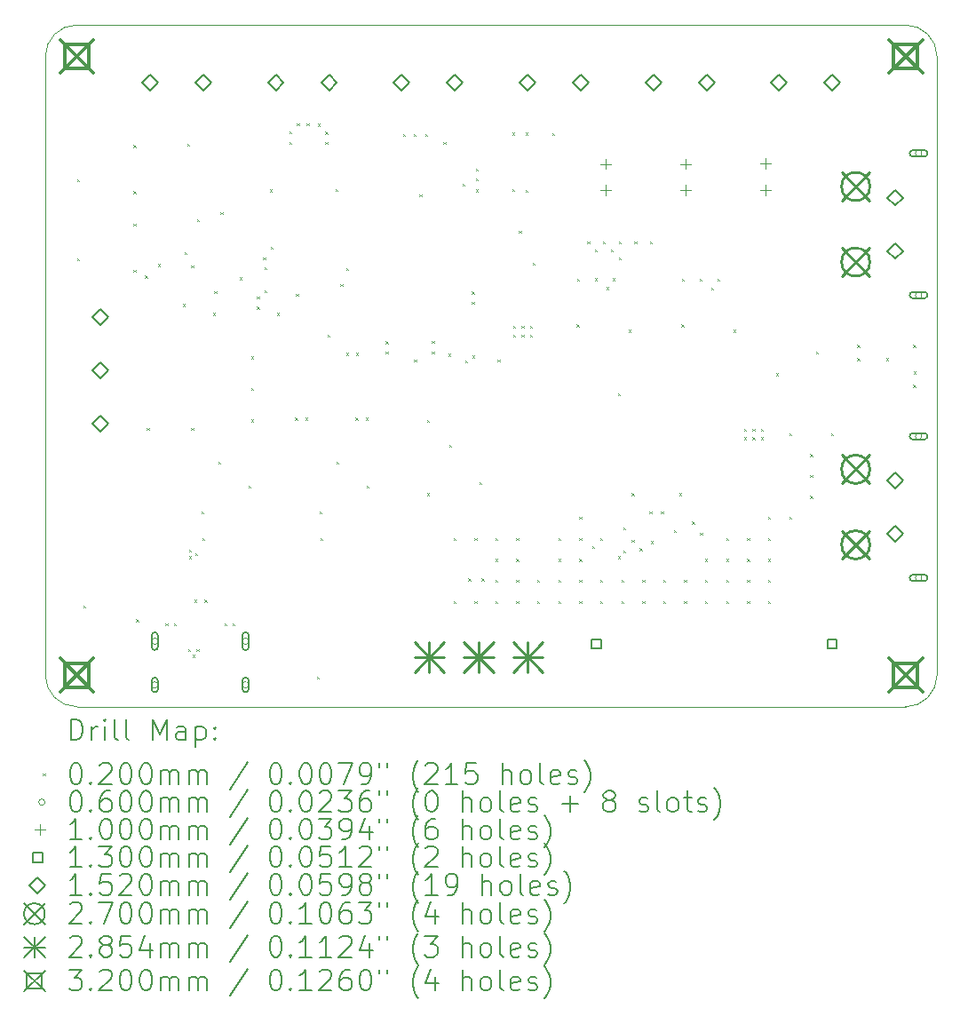
<source format=gbr>
%TF.GenerationSoftware,KiCad,Pcbnew,7.0.1*%
%TF.CreationDate,2023-07-17T00:51:03+01:00*%
%TF.ProjectId,Power Board,506f7765-7220-4426-9f61-72642e6b6963,rev?*%
%TF.SameCoordinates,Original*%
%TF.FileFunction,Drillmap*%
%TF.FilePolarity,Positive*%
%FSLAX45Y45*%
G04 Gerber Fmt 4.5, Leading zero omitted, Abs format (unit mm)*
G04 Created by KiCad (PCBNEW 7.0.1) date 2023-07-17 00:51:03*
%MOMM*%
%LPD*%
G01*
G04 APERTURE LIST*
%ADD10C,0.100000*%
%ADD11C,0.200000*%
%ADD12C,0.020000*%
%ADD13C,0.060000*%
%ADD14C,0.130000*%
%ADD15C,0.152000*%
%ADD16C,0.270000*%
%ADD17C,0.285420*%
%ADD18C,0.320000*%
G04 APERTURE END LIST*
D10*
X11250000Y-13250000D02*
X19150000Y-13250000D01*
X11250000Y-6750000D02*
G75*
G03*
X10950000Y-7050000I0J-300000D01*
G01*
X10950000Y-7050000D02*
X10950000Y-12950000D01*
X10950000Y-12950000D02*
G75*
G03*
X11250000Y-13250000I300000J0D01*
G01*
X19150000Y-13250000D02*
G75*
G03*
X19450000Y-12950000I0J300000D01*
G01*
X19450000Y-7050000D02*
G75*
G03*
X19150000Y-6750000I-300000J0D01*
G01*
X19450000Y-12950000D02*
X19450000Y-7050000D01*
X19150000Y-6750000D02*
X11250000Y-6750000D01*
D11*
D12*
X11252500Y-8222500D02*
X11272500Y-8242500D01*
X11272500Y-8222500D02*
X11252500Y-8242500D01*
X11252500Y-8972500D02*
X11272500Y-8992500D01*
X11272500Y-8972500D02*
X11252500Y-8992500D01*
X11313099Y-12284984D02*
X11333099Y-12304984D01*
X11333099Y-12284984D02*
X11313099Y-12304984D01*
X11790000Y-7895000D02*
X11810000Y-7915000D01*
X11810000Y-7895000D02*
X11790000Y-7915000D01*
X11790000Y-8335000D02*
X11810000Y-8355000D01*
X11810000Y-8335000D02*
X11790000Y-8355000D01*
X11790000Y-8645000D02*
X11810000Y-8665000D01*
X11810000Y-8645000D02*
X11790000Y-8665000D01*
X11790000Y-9085000D02*
X11810000Y-9105000D01*
X11810000Y-9085000D02*
X11790000Y-9105000D01*
X11815000Y-12415000D02*
X11835000Y-12435000D01*
X11835000Y-12415000D02*
X11815000Y-12435000D01*
X11900000Y-9140000D02*
X11920000Y-9160000D01*
X11920000Y-9140000D02*
X11900000Y-9160000D01*
X11916000Y-10590000D02*
X11936000Y-10610000D01*
X11936000Y-10590000D02*
X11916000Y-10610000D01*
X12021000Y-9030000D02*
X12041000Y-9050000D01*
X12041000Y-9030000D02*
X12021000Y-9050000D01*
X12095339Y-12456026D02*
X12115339Y-12476026D01*
X12115339Y-12456026D02*
X12095339Y-12476026D01*
X12175015Y-12456054D02*
X12195015Y-12476054D01*
X12195015Y-12456054D02*
X12175015Y-12476054D01*
X12257966Y-9410740D02*
X12277966Y-9430740D01*
X12277966Y-9410740D02*
X12257966Y-9430740D01*
X12277000Y-8917000D02*
X12297000Y-8937000D01*
X12297000Y-8917000D02*
X12277000Y-8937000D01*
X12300000Y-7880000D02*
X12320000Y-7900000D01*
X12320000Y-7880000D02*
X12300000Y-7900000D01*
X12312000Y-12702000D02*
X12332000Y-12722000D01*
X12332000Y-12702000D02*
X12312000Y-12722000D01*
X12319000Y-11750818D02*
X12339000Y-11770818D01*
X12339000Y-11750818D02*
X12319000Y-11770818D01*
X12319000Y-11815818D02*
X12339000Y-11835818D01*
X12339000Y-11815818D02*
X12319000Y-11835818D01*
X12340000Y-9040000D02*
X12360000Y-9060000D01*
X12360000Y-9040000D02*
X12340000Y-9060000D01*
X12340000Y-10590000D02*
X12360000Y-10610000D01*
X12360000Y-10590000D02*
X12340000Y-10610000D01*
X12353351Y-12754622D02*
X12373351Y-12774622D01*
X12373351Y-12754622D02*
X12353351Y-12774622D01*
X12367027Y-12230000D02*
X12387027Y-12250000D01*
X12387027Y-12230000D02*
X12367027Y-12250000D01*
X12375633Y-11784018D02*
X12395633Y-11804018D01*
X12395633Y-11784018D02*
X12375633Y-11804018D01*
X12390000Y-12701000D02*
X12410000Y-12721000D01*
X12410000Y-12701000D02*
X12390000Y-12721000D01*
X12396500Y-8604000D02*
X12416500Y-8624000D01*
X12416500Y-8604000D02*
X12396500Y-8624000D01*
X12437500Y-11390000D02*
X12457500Y-11410000D01*
X12457500Y-11390000D02*
X12437500Y-11410000D01*
X12445000Y-11640000D02*
X12465000Y-11660000D01*
X12465000Y-11640000D02*
X12445000Y-11660000D01*
X12466278Y-12230799D02*
X12486278Y-12250799D01*
X12486278Y-12230799D02*
X12466278Y-12250799D01*
X12546000Y-9496000D02*
X12566000Y-9516000D01*
X12566000Y-9496000D02*
X12546000Y-9516000D01*
X12560000Y-9285000D02*
X12580000Y-9305000D01*
X12580000Y-9285000D02*
X12560000Y-9305000D01*
X12600000Y-10915000D02*
X12620000Y-10935000D01*
X12620000Y-10915000D02*
X12600000Y-10935000D01*
X12620000Y-8535000D02*
X12640000Y-8555000D01*
X12640000Y-8535000D02*
X12620000Y-8555000D01*
X12655628Y-12456310D02*
X12675628Y-12476310D01*
X12675628Y-12456310D02*
X12655628Y-12476310D01*
X12735510Y-12455804D02*
X12755510Y-12475804D01*
X12755510Y-12455804D02*
X12735510Y-12475804D01*
X12801000Y-9157000D02*
X12821000Y-9177000D01*
X12821000Y-9157000D02*
X12801000Y-9177000D01*
X12887500Y-11140000D02*
X12907500Y-11160000D01*
X12907500Y-11140000D02*
X12887500Y-11160000D01*
X12910000Y-9910000D02*
X12930000Y-9930000D01*
X12930000Y-9910000D02*
X12910000Y-9930000D01*
X12910000Y-10210000D02*
X12930000Y-10230000D01*
X12930000Y-10210000D02*
X12910000Y-10230000D01*
X12910000Y-10510000D02*
X12930000Y-10530000D01*
X12930000Y-10510000D02*
X12910000Y-10530000D01*
X12966000Y-9341000D02*
X12986000Y-9361000D01*
X12986000Y-9341000D02*
X12966000Y-9361000D01*
X12966000Y-9437000D02*
X12986000Y-9457000D01*
X12986000Y-9437000D02*
X12966000Y-9457000D01*
X13025000Y-8965000D02*
X13045000Y-8985000D01*
X13045000Y-8965000D02*
X13025000Y-8985000D01*
X13040000Y-9060000D02*
X13060000Y-9080000D01*
X13060000Y-9060000D02*
X13040000Y-9080000D01*
X13040000Y-9279000D02*
X13060000Y-9299000D01*
X13060000Y-9279000D02*
X13040000Y-9299000D01*
X13090000Y-8317450D02*
X13110000Y-8337450D01*
X13110000Y-8317450D02*
X13090000Y-8337450D01*
X13100000Y-8865000D02*
X13120000Y-8885000D01*
X13120000Y-8865000D02*
X13100000Y-8885000D01*
X13159000Y-9496000D02*
X13179000Y-9516000D01*
X13179000Y-9496000D02*
X13159000Y-9516000D01*
X13273000Y-7865000D02*
X13293000Y-7885000D01*
X13293000Y-7865000D02*
X13273000Y-7885000D01*
X13274000Y-7766000D02*
X13294000Y-7786000D01*
X13294000Y-7766000D02*
X13274000Y-7786000D01*
X13331000Y-10494000D02*
X13351000Y-10514000D01*
X13351000Y-10494000D02*
X13331000Y-10514000D01*
X13340000Y-9315000D02*
X13360000Y-9335000D01*
X13360000Y-9315000D02*
X13340000Y-9335000D01*
X13347000Y-7690000D02*
X13367000Y-7710000D01*
X13367000Y-7690000D02*
X13347000Y-7710000D01*
X13428000Y-10494000D02*
X13448000Y-10514000D01*
X13448000Y-10494000D02*
X13428000Y-10514000D01*
X13442000Y-7690000D02*
X13462000Y-7710000D01*
X13462000Y-7690000D02*
X13442000Y-7710000D01*
X13540000Y-12962500D02*
X13560000Y-12982500D01*
X13560000Y-12962500D02*
X13540000Y-12982500D01*
X13544000Y-7691000D02*
X13564000Y-7711000D01*
X13564000Y-7691000D02*
X13544000Y-7711000D01*
X13562500Y-11390000D02*
X13582500Y-11410000D01*
X13582500Y-11390000D02*
X13562500Y-11410000D01*
X13570000Y-11640000D02*
X13590000Y-11660000D01*
X13590000Y-11640000D02*
X13570000Y-11660000D01*
X13619000Y-7767000D02*
X13639000Y-7787000D01*
X13639000Y-7767000D02*
X13619000Y-7787000D01*
X13619000Y-7863000D02*
X13639000Y-7883000D01*
X13639000Y-7863000D02*
X13619000Y-7883000D01*
X13640000Y-9700000D02*
X13660000Y-9720000D01*
X13660000Y-9700000D02*
X13640000Y-9720000D01*
X13715000Y-8315000D02*
X13735000Y-8335000D01*
X13735000Y-8315000D02*
X13715000Y-8335000D01*
X13725000Y-10915000D02*
X13745000Y-10935000D01*
X13745000Y-10915000D02*
X13725000Y-10935000D01*
X13763000Y-9218000D02*
X13783000Y-9238000D01*
X13783000Y-9218000D02*
X13763000Y-9238000D01*
X13815000Y-9065000D02*
X13835000Y-9085000D01*
X13835000Y-9065000D02*
X13815000Y-9085000D01*
X13815000Y-9876000D02*
X13835000Y-9896000D01*
X13835000Y-9876000D02*
X13815000Y-9896000D01*
X13905000Y-10494000D02*
X13925000Y-10514000D01*
X13925000Y-10494000D02*
X13905000Y-10514000D01*
X13912000Y-9875000D02*
X13932000Y-9895000D01*
X13932000Y-9875000D02*
X13912000Y-9895000D01*
X14003000Y-10494000D02*
X14023000Y-10514000D01*
X14023000Y-10494000D02*
X14003000Y-10514000D01*
X14012500Y-11140000D02*
X14032500Y-11160000D01*
X14032500Y-11140000D02*
X14012500Y-11160000D01*
X14193000Y-9765000D02*
X14213000Y-9785000D01*
X14213000Y-9765000D02*
X14193000Y-9785000D01*
X14194000Y-9865000D02*
X14214000Y-9885000D01*
X14214000Y-9865000D02*
X14194000Y-9885000D01*
X14359000Y-7789000D02*
X14379000Y-7809000D01*
X14379000Y-7789000D02*
X14359000Y-7809000D01*
X14461232Y-7789707D02*
X14481232Y-7809707D01*
X14481232Y-7789707D02*
X14461232Y-7809707D01*
X14465000Y-9940000D02*
X14485000Y-9960000D01*
X14485000Y-9940000D02*
X14465000Y-9960000D01*
X14515000Y-8365000D02*
X14535000Y-8385000D01*
X14535000Y-8365000D02*
X14515000Y-8385000D01*
X14568749Y-7790047D02*
X14588749Y-7810047D01*
X14588749Y-7790047D02*
X14568749Y-7810047D01*
X14590000Y-10515000D02*
X14610000Y-10535000D01*
X14610000Y-10515000D02*
X14590000Y-10535000D01*
X14590000Y-11215000D02*
X14610000Y-11235000D01*
X14610000Y-11215000D02*
X14590000Y-11235000D01*
X14633000Y-9764000D02*
X14653000Y-9784000D01*
X14653000Y-9764000D02*
X14633000Y-9784000D01*
X14633000Y-9865000D02*
X14653000Y-9885000D01*
X14653000Y-9865000D02*
X14633000Y-9885000D01*
X14743000Y-7865000D02*
X14763000Y-7885000D01*
X14763000Y-7865000D02*
X14743000Y-7885000D01*
X14793125Y-9884424D02*
X14813125Y-9904424D01*
X14813125Y-9884424D02*
X14793125Y-9904424D01*
X14800000Y-10750000D02*
X14820000Y-10770000D01*
X14820000Y-10750000D02*
X14800000Y-10770000D01*
X14840000Y-11640000D02*
X14860000Y-11660000D01*
X14860000Y-11640000D02*
X14840000Y-11660000D01*
X14840000Y-12240000D02*
X14860000Y-12260000D01*
X14860000Y-12240000D02*
X14840000Y-12260000D01*
X14928000Y-8265000D02*
X14948000Y-8285000D01*
X14948000Y-8265000D02*
X14928000Y-8285000D01*
X14950000Y-9950000D02*
X14970000Y-9970000D01*
X14970000Y-9950000D02*
X14950000Y-9970000D01*
X14981000Y-12027532D02*
X15001000Y-12047532D01*
X15001000Y-12027532D02*
X14981000Y-12047532D01*
X15015000Y-9293000D02*
X15035000Y-9313000D01*
X15035000Y-9293000D02*
X15015000Y-9313000D01*
X15015000Y-9389000D02*
X15035000Y-9409000D01*
X15035000Y-9389000D02*
X15015000Y-9409000D01*
X15020000Y-9900000D02*
X15040000Y-9920000D01*
X15040000Y-9900000D02*
X15020000Y-9920000D01*
X15040000Y-11640000D02*
X15060000Y-11660000D01*
X15060000Y-11640000D02*
X15040000Y-11660000D01*
X15040000Y-12240000D02*
X15060000Y-12260000D01*
X15060000Y-12240000D02*
X15040000Y-12260000D01*
X15055000Y-8118000D02*
X15075000Y-8138000D01*
X15075000Y-8118000D02*
X15055000Y-8138000D01*
X15055000Y-8213000D02*
X15075000Y-8233000D01*
X15075000Y-8213000D02*
X15055000Y-8233000D01*
X15055000Y-8317000D02*
X15075000Y-8337000D01*
X15075000Y-8317000D02*
X15055000Y-8337000D01*
X15090000Y-11110000D02*
X15110000Y-11130000D01*
X15110000Y-11110000D02*
X15090000Y-11130000D01*
X15108000Y-12027633D02*
X15128000Y-12047633D01*
X15128000Y-12027633D02*
X15108000Y-12047633D01*
X15240000Y-11640000D02*
X15260000Y-11660000D01*
X15260000Y-11640000D02*
X15240000Y-11660000D01*
X15240000Y-11840000D02*
X15260000Y-11860000D01*
X15260000Y-11840000D02*
X15240000Y-11860000D01*
X15240000Y-12040000D02*
X15260000Y-12060000D01*
X15260000Y-12040000D02*
X15240000Y-12060000D01*
X15240000Y-12240000D02*
X15260000Y-12260000D01*
X15260000Y-12240000D02*
X15240000Y-12260000D01*
X15260000Y-9940000D02*
X15280000Y-9960000D01*
X15280000Y-9940000D02*
X15260000Y-9960000D01*
X15398977Y-8315527D02*
X15418977Y-8335527D01*
X15418977Y-8315527D02*
X15398977Y-8335527D01*
X15399244Y-7776873D02*
X15419244Y-7796873D01*
X15419244Y-7776873D02*
X15399244Y-7796873D01*
X15410000Y-9620000D02*
X15430000Y-9640000D01*
X15430000Y-9620000D02*
X15410000Y-9640000D01*
X15410000Y-9700000D02*
X15430000Y-9720000D01*
X15430000Y-9700000D02*
X15410000Y-9720000D01*
X15440000Y-11640000D02*
X15460000Y-11660000D01*
X15460000Y-11640000D02*
X15440000Y-11660000D01*
X15440000Y-11840000D02*
X15460000Y-11860000D01*
X15460000Y-11840000D02*
X15440000Y-11860000D01*
X15440000Y-12040000D02*
X15460000Y-12060000D01*
X15460000Y-12040000D02*
X15440000Y-12060000D01*
X15440000Y-12240000D02*
X15460000Y-12260000D01*
X15460000Y-12240000D02*
X15440000Y-12260000D01*
X15465000Y-8710000D02*
X15485000Y-8730000D01*
X15485000Y-8710000D02*
X15465000Y-8730000D01*
X15490000Y-9620000D02*
X15510000Y-9640000D01*
X15510000Y-9620000D02*
X15490000Y-9640000D01*
X15490000Y-9700000D02*
X15510000Y-9720000D01*
X15510000Y-9700000D02*
X15490000Y-9720000D01*
X15525000Y-8320000D02*
X15545000Y-8340000D01*
X15545000Y-8320000D02*
X15525000Y-8340000D01*
X15526587Y-7777050D02*
X15546587Y-7797050D01*
X15546587Y-7777050D02*
X15526587Y-7797050D01*
X15570000Y-9620000D02*
X15590000Y-9640000D01*
X15590000Y-9620000D02*
X15570000Y-9640000D01*
X15570000Y-9700000D02*
X15590000Y-9720000D01*
X15590000Y-9700000D02*
X15570000Y-9720000D01*
X15595000Y-9015000D02*
X15615000Y-9035000D01*
X15615000Y-9015000D02*
X15595000Y-9035000D01*
X15640000Y-12040000D02*
X15660000Y-12060000D01*
X15660000Y-12040000D02*
X15640000Y-12060000D01*
X15640000Y-12240000D02*
X15660000Y-12260000D01*
X15660000Y-12240000D02*
X15640000Y-12260000D01*
X15780000Y-7780000D02*
X15800000Y-7800000D01*
X15800000Y-7780000D02*
X15780000Y-7800000D01*
X15840000Y-11640000D02*
X15860000Y-11660000D01*
X15860000Y-11640000D02*
X15840000Y-11660000D01*
X15840000Y-11840000D02*
X15860000Y-11860000D01*
X15860000Y-11840000D02*
X15840000Y-11860000D01*
X15840000Y-12040000D02*
X15860000Y-12060000D01*
X15860000Y-12040000D02*
X15840000Y-12060000D01*
X15840000Y-12240000D02*
X15860000Y-12260000D01*
X15860000Y-12240000D02*
X15840000Y-12260000D01*
X16015000Y-9605000D02*
X16035000Y-9625000D01*
X16035000Y-9605000D02*
X16015000Y-9625000D01*
X16021200Y-9166900D02*
X16041200Y-9186900D01*
X16041200Y-9166900D02*
X16021200Y-9186900D01*
X16040000Y-11440000D02*
X16060000Y-11460000D01*
X16060000Y-11440000D02*
X16040000Y-11460000D01*
X16040000Y-11640000D02*
X16060000Y-11660000D01*
X16060000Y-11640000D02*
X16040000Y-11660000D01*
X16040000Y-11840000D02*
X16060000Y-11860000D01*
X16060000Y-11840000D02*
X16040000Y-11860000D01*
X16040000Y-12040000D02*
X16060000Y-12060000D01*
X16060000Y-12040000D02*
X16040000Y-12060000D01*
X16040000Y-12240000D02*
X16060000Y-12260000D01*
X16060000Y-12240000D02*
X16040000Y-12260000D01*
X16115000Y-8815000D02*
X16135000Y-8835000D01*
X16135000Y-8815000D02*
X16115000Y-8835000D01*
X16163000Y-11717000D02*
X16183000Y-11737000D01*
X16183000Y-11717000D02*
X16163000Y-11737000D01*
X16188700Y-9164400D02*
X16208700Y-9184400D01*
X16208700Y-9164400D02*
X16188700Y-9184400D01*
X16190000Y-8890000D02*
X16210000Y-8910000D01*
X16210000Y-8890000D02*
X16190000Y-8910000D01*
X16240000Y-11640000D02*
X16260000Y-11660000D01*
X16260000Y-11640000D02*
X16240000Y-11660000D01*
X16240000Y-12040000D02*
X16260000Y-12060000D01*
X16260000Y-12040000D02*
X16240000Y-12060000D01*
X16240000Y-12240000D02*
X16260000Y-12260000D01*
X16260000Y-12240000D02*
X16240000Y-12260000D01*
X16265000Y-8815000D02*
X16285000Y-8835000D01*
X16285000Y-8815000D02*
X16265000Y-8835000D01*
X16300000Y-9248100D02*
X16320000Y-9268100D01*
X16320000Y-9248100D02*
X16300000Y-9268100D01*
X16340000Y-8890000D02*
X16360000Y-8910000D01*
X16360000Y-8890000D02*
X16340000Y-8910000D01*
X16358700Y-9164400D02*
X16378700Y-9184400D01*
X16378700Y-9164400D02*
X16358700Y-9184400D01*
X16407550Y-11816476D02*
X16427550Y-11836476D01*
X16427550Y-11816476D02*
X16407550Y-11836476D01*
X16410000Y-10260000D02*
X16430000Y-10280000D01*
X16430000Y-10260000D02*
X16410000Y-10280000D01*
X16415000Y-8815000D02*
X16435000Y-8835000D01*
X16435000Y-8815000D02*
X16415000Y-8835000D01*
X16415000Y-8965000D02*
X16435000Y-8985000D01*
X16435000Y-8965000D02*
X16415000Y-8985000D01*
X16440000Y-12040000D02*
X16460000Y-12060000D01*
X16460000Y-12040000D02*
X16440000Y-12060000D01*
X16440000Y-12240000D02*
X16460000Y-12260000D01*
X16460000Y-12240000D02*
X16440000Y-12260000D01*
X16460000Y-11540000D02*
X16480000Y-11560000D01*
X16480000Y-11540000D02*
X16460000Y-11560000D01*
X16460000Y-11760000D02*
X16480000Y-11780000D01*
X16480000Y-11760000D02*
X16460000Y-11780000D01*
X16510000Y-9655000D02*
X16530000Y-9675000D01*
X16530000Y-9655000D02*
X16510000Y-9675000D01*
X16538287Y-11657537D02*
X16558287Y-11677537D01*
X16558287Y-11657537D02*
X16538287Y-11677537D01*
X16540000Y-11215000D02*
X16560000Y-11235000D01*
X16560000Y-11215000D02*
X16540000Y-11235000D01*
X16565000Y-8815000D02*
X16585000Y-8835000D01*
X16585000Y-8815000D02*
X16565000Y-8835000D01*
X16615000Y-11740000D02*
X16635000Y-11760000D01*
X16635000Y-11740000D02*
X16615000Y-11760000D01*
X16640000Y-12040000D02*
X16660000Y-12060000D01*
X16660000Y-12040000D02*
X16640000Y-12060000D01*
X16640000Y-12240000D02*
X16660000Y-12260000D01*
X16660000Y-12240000D02*
X16640000Y-12260000D01*
X16710000Y-11390000D02*
X16730000Y-11410000D01*
X16730000Y-11390000D02*
X16710000Y-11410000D01*
X16715000Y-8815000D02*
X16735000Y-8835000D01*
X16735000Y-8815000D02*
X16715000Y-8835000D01*
X16720000Y-11670000D02*
X16740000Y-11690000D01*
X16740000Y-11670000D02*
X16720000Y-11690000D01*
X16820000Y-11390000D02*
X16840000Y-11410000D01*
X16840000Y-11390000D02*
X16820000Y-11410000D01*
X16840000Y-12040000D02*
X16860000Y-12060000D01*
X16860000Y-12040000D02*
X16840000Y-12060000D01*
X16840000Y-12240000D02*
X16860000Y-12260000D01*
X16860000Y-12240000D02*
X16840000Y-12260000D01*
X16940000Y-11565000D02*
X16960000Y-11585000D01*
X16960000Y-11565000D02*
X16940000Y-11585000D01*
X16990000Y-11215000D02*
X17010000Y-11235000D01*
X17010000Y-11215000D02*
X16990000Y-11235000D01*
X17015000Y-9605000D02*
X17035000Y-9625000D01*
X17035000Y-9605000D02*
X17015000Y-9625000D01*
X17020000Y-9170000D02*
X17040000Y-9190000D01*
X17040000Y-9170000D02*
X17020000Y-9190000D01*
X17040000Y-12040000D02*
X17060000Y-12060000D01*
X17060000Y-12040000D02*
X17040000Y-12060000D01*
X17040000Y-12240000D02*
X17060000Y-12260000D01*
X17060000Y-12240000D02*
X17040000Y-12260000D01*
X17116163Y-11483806D02*
X17136163Y-11503806D01*
X17136163Y-11483806D02*
X17116163Y-11503806D01*
X17187500Y-9167500D02*
X17207500Y-9187500D01*
X17207500Y-9167500D02*
X17187500Y-9187500D01*
X17192504Y-11589906D02*
X17212504Y-11609906D01*
X17212504Y-11589906D02*
X17192504Y-11609906D01*
X17240000Y-11840000D02*
X17260000Y-11860000D01*
X17260000Y-11840000D02*
X17240000Y-11860000D01*
X17240000Y-12040000D02*
X17260000Y-12060000D01*
X17260000Y-12040000D02*
X17240000Y-12060000D01*
X17240000Y-12240000D02*
X17260000Y-12260000D01*
X17260000Y-12240000D02*
X17240000Y-12260000D01*
X17298800Y-9251200D02*
X17318800Y-9271200D01*
X17318800Y-9251200D02*
X17298800Y-9271200D01*
X17357500Y-9167500D02*
X17377500Y-9187500D01*
X17377500Y-9167500D02*
X17357500Y-9187500D01*
X17440000Y-11640000D02*
X17460000Y-11660000D01*
X17460000Y-11640000D02*
X17440000Y-11660000D01*
X17440000Y-11840000D02*
X17460000Y-11860000D01*
X17460000Y-11840000D02*
X17440000Y-11860000D01*
X17440000Y-12040000D02*
X17460000Y-12060000D01*
X17460000Y-12040000D02*
X17440000Y-12060000D01*
X17440000Y-12240000D02*
X17460000Y-12260000D01*
X17460000Y-12240000D02*
X17440000Y-12260000D01*
X17510000Y-9655000D02*
X17530000Y-9675000D01*
X17530000Y-9655000D02*
X17510000Y-9675000D01*
X17610000Y-10600000D02*
X17630000Y-10620000D01*
X17630000Y-10600000D02*
X17610000Y-10620000D01*
X17610000Y-10680000D02*
X17630000Y-10700000D01*
X17630000Y-10680000D02*
X17610000Y-10700000D01*
X17640000Y-11640000D02*
X17660000Y-11660000D01*
X17660000Y-11640000D02*
X17640000Y-11660000D01*
X17640000Y-11840000D02*
X17660000Y-11860000D01*
X17660000Y-11840000D02*
X17640000Y-11860000D01*
X17640000Y-12040000D02*
X17660000Y-12060000D01*
X17660000Y-12040000D02*
X17640000Y-12060000D01*
X17640000Y-12240000D02*
X17660000Y-12260000D01*
X17660000Y-12240000D02*
X17640000Y-12260000D01*
X17690000Y-10600000D02*
X17710000Y-10620000D01*
X17710000Y-10600000D02*
X17690000Y-10620000D01*
X17690000Y-10680000D02*
X17710000Y-10700000D01*
X17710000Y-10680000D02*
X17690000Y-10700000D01*
X17770000Y-10600000D02*
X17790000Y-10620000D01*
X17790000Y-10600000D02*
X17770000Y-10620000D01*
X17770000Y-10680000D02*
X17790000Y-10700000D01*
X17790000Y-10680000D02*
X17770000Y-10700000D01*
X17840000Y-11440000D02*
X17860000Y-11460000D01*
X17860000Y-11440000D02*
X17840000Y-11460000D01*
X17840000Y-11640000D02*
X17860000Y-11660000D01*
X17860000Y-11640000D02*
X17840000Y-11660000D01*
X17840000Y-11840000D02*
X17860000Y-11860000D01*
X17860000Y-11840000D02*
X17840000Y-11860000D01*
X17840000Y-12040000D02*
X17860000Y-12060000D01*
X17860000Y-12040000D02*
X17840000Y-12060000D01*
X17840000Y-12240000D02*
X17860000Y-12260000D01*
X17860000Y-12240000D02*
X17840000Y-12260000D01*
X17915500Y-10069500D02*
X17935500Y-10089500D01*
X17935500Y-10069500D02*
X17915500Y-10089500D01*
X18040000Y-10640000D02*
X18060000Y-10660000D01*
X18060000Y-10640000D02*
X18040000Y-10660000D01*
X18040000Y-11440000D02*
X18060000Y-11460000D01*
X18060000Y-11440000D02*
X18040000Y-11460000D01*
X18240000Y-10840000D02*
X18260000Y-10860000D01*
X18260000Y-10840000D02*
X18240000Y-10860000D01*
X18240000Y-11040000D02*
X18260000Y-11060000D01*
X18260000Y-11040000D02*
X18240000Y-11060000D01*
X18240000Y-11240000D02*
X18260000Y-11260000D01*
X18260000Y-11240000D02*
X18240000Y-11260000D01*
X18295000Y-9865000D02*
X18315000Y-9885000D01*
X18315000Y-9865000D02*
X18295000Y-9885000D01*
X18440000Y-10640000D02*
X18460000Y-10660000D01*
X18460000Y-10640000D02*
X18440000Y-10660000D01*
X18689697Y-9926549D02*
X18709697Y-9946549D01*
X18709697Y-9926549D02*
X18689697Y-9946549D01*
X18689886Y-9799248D02*
X18709886Y-9819248D01*
X18709886Y-9799248D02*
X18689886Y-9819248D01*
X18965000Y-9926500D02*
X18985000Y-9946500D01*
X18985000Y-9926500D02*
X18965000Y-9946500D01*
X19224500Y-9799500D02*
X19244500Y-9819500D01*
X19244500Y-9799500D02*
X19224500Y-9819500D01*
X19224500Y-10180500D02*
X19244500Y-10200500D01*
X19244500Y-10180500D02*
X19224500Y-10200500D01*
X19227986Y-10053500D02*
X19247986Y-10073500D01*
X19247986Y-10053500D02*
X19227986Y-10073500D01*
D13*
X12022500Y-12624250D02*
G75*
G03*
X12022500Y-12624250I-30000J0D01*
G01*
D11*
X11962500Y-12569250D02*
X11962500Y-12679250D01*
X11962500Y-12679250D02*
G75*
G03*
X12022500Y-12679250I30000J0D01*
G01*
X12022500Y-12679250D02*
X12022500Y-12569250D01*
X12022500Y-12569250D02*
G75*
G03*
X11962500Y-12569250I-30000J0D01*
G01*
D13*
X12022500Y-13041250D02*
G75*
G03*
X12022500Y-13041250I-30000J0D01*
G01*
D11*
X11962500Y-13001250D02*
X11962500Y-13081250D01*
X11962500Y-13081250D02*
G75*
G03*
X12022500Y-13081250I30000J0D01*
G01*
X12022500Y-13081250D02*
X12022500Y-13001250D01*
X12022500Y-13001250D02*
G75*
G03*
X11962500Y-13001250I-30000J0D01*
G01*
D13*
X12887500Y-12624250D02*
G75*
G03*
X12887500Y-12624250I-30000J0D01*
G01*
D11*
X12827500Y-12569250D02*
X12827500Y-12679250D01*
X12827500Y-12679250D02*
G75*
G03*
X12887500Y-12679250I30000J0D01*
G01*
X12887500Y-12679250D02*
X12887500Y-12569250D01*
X12887500Y-12569250D02*
G75*
G03*
X12827500Y-12569250I-30000J0D01*
G01*
D13*
X12887500Y-13041250D02*
G75*
G03*
X12887500Y-13041250I-30000J0D01*
G01*
D11*
X12827500Y-13001250D02*
X12827500Y-13081250D01*
X12827500Y-13081250D02*
G75*
G03*
X12887500Y-13081250I30000J0D01*
G01*
X12887500Y-13081250D02*
X12887500Y-13001250D01*
X12887500Y-13001250D02*
G75*
G03*
X12827500Y-13001250I-30000J0D01*
G01*
D13*
X19305000Y-7975000D02*
G75*
G03*
X19305000Y-7975000I-30000J0D01*
G01*
D11*
X19330000Y-7945000D02*
X19220000Y-7945000D01*
X19220000Y-7945000D02*
G75*
G03*
X19220000Y-8005000I0J-30000D01*
G01*
X19220000Y-8005000D02*
X19330000Y-8005000D01*
X19330000Y-8005000D02*
G75*
G03*
X19330000Y-7945000I0J30000D01*
G01*
D13*
X19305000Y-9325000D02*
G75*
G03*
X19305000Y-9325000I-30000J0D01*
G01*
D11*
X19330000Y-9295000D02*
X19220000Y-9295000D01*
X19220000Y-9295000D02*
G75*
G03*
X19220000Y-9355000I0J-30000D01*
G01*
X19220000Y-9355000D02*
X19330000Y-9355000D01*
X19330000Y-9355000D02*
G75*
G03*
X19330000Y-9295000I0J30000D01*
G01*
D13*
X19305000Y-10671000D02*
G75*
G03*
X19305000Y-10671000I-30000J0D01*
G01*
D11*
X19330000Y-10641000D02*
X19220000Y-10641000D01*
X19220000Y-10641000D02*
G75*
G03*
X19220000Y-10701000I0J-30000D01*
G01*
X19220000Y-10701000D02*
X19330000Y-10701000D01*
X19330000Y-10701000D02*
G75*
G03*
X19330000Y-10641000I0J30000D01*
G01*
D13*
X19305000Y-12021000D02*
G75*
G03*
X19305000Y-12021000I-30000J0D01*
G01*
D11*
X19330000Y-11991000D02*
X19220000Y-11991000D01*
X19220000Y-11991000D02*
G75*
G03*
X19220000Y-12051000I0J-30000D01*
G01*
X19220000Y-12051000D02*
X19330000Y-12051000D01*
X19330000Y-12051000D02*
G75*
G03*
X19330000Y-11991000I0J30000D01*
G01*
D10*
X16292500Y-8025000D02*
X16292500Y-8125000D01*
X16242500Y-8075000D02*
X16342500Y-8075000D01*
X16292500Y-8275000D02*
X16292500Y-8375000D01*
X16242500Y-8325000D02*
X16342500Y-8325000D01*
X17050000Y-8025000D02*
X17050000Y-8125000D01*
X17000000Y-8075000D02*
X17100000Y-8075000D01*
X17050000Y-8275000D02*
X17050000Y-8375000D01*
X17000000Y-8325000D02*
X17100000Y-8325000D01*
X17812500Y-8022500D02*
X17812500Y-8122500D01*
X17762500Y-8072500D02*
X17862500Y-8072500D01*
X17812500Y-8272500D02*
X17812500Y-8372500D01*
X17762500Y-8322500D02*
X17862500Y-8322500D01*
D14*
X16245962Y-12695962D02*
X16245962Y-12604038D01*
X16154038Y-12604038D01*
X16154038Y-12695962D01*
X16245962Y-12695962D01*
X18495962Y-12695962D02*
X18495962Y-12604038D01*
X18404038Y-12604038D01*
X18404038Y-12695962D01*
X18495962Y-12695962D01*
D15*
X11475000Y-9610000D02*
X11551000Y-9534000D01*
X11475000Y-9458000D01*
X11399000Y-9534000D01*
X11475000Y-9610000D01*
X11475000Y-10118000D02*
X11551000Y-10042000D01*
X11475000Y-9966000D01*
X11399000Y-10042000D01*
X11475000Y-10118000D01*
X11475000Y-10626000D02*
X11551000Y-10550000D01*
X11475000Y-10474000D01*
X11399000Y-10550000D01*
X11475000Y-10626000D01*
X11946000Y-7376000D02*
X12022000Y-7300000D01*
X11946000Y-7224000D01*
X11870000Y-7300000D01*
X11946000Y-7376000D01*
X12454000Y-7376000D02*
X12530000Y-7300000D01*
X12454000Y-7224000D01*
X12378000Y-7300000D01*
X12454000Y-7376000D01*
X13146000Y-7376000D02*
X13222000Y-7300000D01*
X13146000Y-7224000D01*
X13070000Y-7300000D01*
X13146000Y-7376000D01*
X13654000Y-7376000D02*
X13730000Y-7300000D01*
X13654000Y-7224000D01*
X13578000Y-7300000D01*
X13654000Y-7376000D01*
X14346000Y-7376000D02*
X14422000Y-7300000D01*
X14346000Y-7224000D01*
X14270000Y-7300000D01*
X14346000Y-7376000D01*
X14854000Y-7376000D02*
X14930000Y-7300000D01*
X14854000Y-7224000D01*
X14778000Y-7300000D01*
X14854000Y-7376000D01*
X15546000Y-7376000D02*
X15622000Y-7300000D01*
X15546000Y-7224000D01*
X15470000Y-7300000D01*
X15546000Y-7376000D01*
X16054000Y-7376000D02*
X16130000Y-7300000D01*
X16054000Y-7224000D01*
X15978000Y-7300000D01*
X16054000Y-7376000D01*
X16746000Y-7376000D02*
X16822000Y-7300000D01*
X16746000Y-7224000D01*
X16670000Y-7300000D01*
X16746000Y-7376000D01*
X17254000Y-7376000D02*
X17330000Y-7300000D01*
X17254000Y-7224000D01*
X17178000Y-7300000D01*
X17254000Y-7376000D01*
X17946000Y-7376000D02*
X18022000Y-7300000D01*
X17946000Y-7224000D01*
X17870000Y-7300000D01*
X17946000Y-7376000D01*
X18454000Y-7376000D02*
X18530000Y-7300000D01*
X18454000Y-7224000D01*
X18378000Y-7300000D01*
X18454000Y-7376000D01*
X19050000Y-8472000D02*
X19126000Y-8396000D01*
X19050000Y-8320000D01*
X18974000Y-8396000D01*
X19050000Y-8472000D01*
X19050000Y-8980000D02*
X19126000Y-8904000D01*
X19050000Y-8828000D01*
X18974000Y-8904000D01*
X19050000Y-8980000D01*
X19050000Y-11172000D02*
X19126000Y-11096000D01*
X19050000Y-11020000D01*
X18974000Y-11096000D01*
X19050000Y-11172000D01*
X19050000Y-11680000D02*
X19126000Y-11604000D01*
X19050000Y-11528000D01*
X18974000Y-11604000D01*
X19050000Y-11680000D01*
D16*
X18540000Y-8155000D02*
X18810000Y-8425000D01*
X18810000Y-8155000D02*
X18540000Y-8425000D01*
X18810000Y-8290000D02*
G75*
G03*
X18810000Y-8290000I-135000J0D01*
G01*
X18540000Y-8875000D02*
X18810000Y-9145000D01*
X18810000Y-8875000D02*
X18540000Y-9145000D01*
X18810000Y-9010000D02*
G75*
G03*
X18810000Y-9010000I-135000J0D01*
G01*
X18540000Y-10851000D02*
X18810000Y-11121000D01*
X18810000Y-10851000D02*
X18540000Y-11121000D01*
X18810000Y-10986000D02*
G75*
G03*
X18810000Y-10986000I-135000J0D01*
G01*
X18540000Y-11571000D02*
X18810000Y-11841000D01*
X18810000Y-11571000D02*
X18540000Y-11841000D01*
X18810000Y-11706000D02*
G75*
G03*
X18810000Y-11706000I-135000J0D01*
G01*
D17*
X14467390Y-12637290D02*
X14752810Y-12922710D01*
X14752810Y-12637290D02*
X14467390Y-12922710D01*
X14610100Y-12637290D02*
X14610100Y-12922710D01*
X14467390Y-12780000D02*
X14752810Y-12780000D01*
X14937290Y-12637290D02*
X15222710Y-12922710D01*
X15222710Y-12637290D02*
X14937290Y-12922710D01*
X15080000Y-12637290D02*
X15080000Y-12922710D01*
X14937290Y-12780000D02*
X15222710Y-12780000D01*
X15407190Y-12637290D02*
X15692610Y-12922710D01*
X15692610Y-12637290D02*
X15407190Y-12922710D01*
X15549900Y-12637290D02*
X15549900Y-12922710D01*
X15407190Y-12780000D02*
X15692610Y-12780000D01*
D18*
X11090000Y-6890000D02*
X11410000Y-7210000D01*
X11410000Y-6890000D02*
X11090000Y-7210000D01*
X11363138Y-7163138D02*
X11363138Y-6936862D01*
X11136862Y-6936862D01*
X11136862Y-7163138D01*
X11363138Y-7163138D01*
X11090000Y-12790000D02*
X11410000Y-13110000D01*
X11410000Y-12790000D02*
X11090000Y-13110000D01*
X11363138Y-13063138D02*
X11363138Y-12836862D01*
X11136862Y-12836862D01*
X11136862Y-13063138D01*
X11363138Y-13063138D01*
X18990000Y-6890000D02*
X19310000Y-7210000D01*
X19310000Y-6890000D02*
X18990000Y-7210000D01*
X19263138Y-7163138D02*
X19263138Y-6936862D01*
X19036862Y-6936862D01*
X19036862Y-7163138D01*
X19263138Y-7163138D01*
X18990000Y-12790000D02*
X19310000Y-13110000D01*
X19310000Y-12790000D02*
X18990000Y-13110000D01*
X19263138Y-13063138D02*
X19263138Y-12836862D01*
X19036862Y-12836862D01*
X19036862Y-13063138D01*
X19263138Y-13063138D01*
D11*
X11192619Y-13567524D02*
X11192619Y-13367524D01*
X11192619Y-13367524D02*
X11240238Y-13367524D01*
X11240238Y-13367524D02*
X11268809Y-13377048D01*
X11268809Y-13377048D02*
X11287857Y-13396095D01*
X11287857Y-13396095D02*
X11297381Y-13415143D01*
X11297381Y-13415143D02*
X11306905Y-13453238D01*
X11306905Y-13453238D02*
X11306905Y-13481809D01*
X11306905Y-13481809D02*
X11297381Y-13519905D01*
X11297381Y-13519905D02*
X11287857Y-13538952D01*
X11287857Y-13538952D02*
X11268809Y-13558000D01*
X11268809Y-13558000D02*
X11240238Y-13567524D01*
X11240238Y-13567524D02*
X11192619Y-13567524D01*
X11392619Y-13567524D02*
X11392619Y-13434190D01*
X11392619Y-13472286D02*
X11402143Y-13453238D01*
X11402143Y-13453238D02*
X11411667Y-13443714D01*
X11411667Y-13443714D02*
X11430714Y-13434190D01*
X11430714Y-13434190D02*
X11449762Y-13434190D01*
X11516428Y-13567524D02*
X11516428Y-13434190D01*
X11516428Y-13367524D02*
X11506905Y-13377048D01*
X11506905Y-13377048D02*
X11516428Y-13386571D01*
X11516428Y-13386571D02*
X11525952Y-13377048D01*
X11525952Y-13377048D02*
X11516428Y-13367524D01*
X11516428Y-13367524D02*
X11516428Y-13386571D01*
X11640238Y-13567524D02*
X11621190Y-13558000D01*
X11621190Y-13558000D02*
X11611667Y-13538952D01*
X11611667Y-13538952D02*
X11611667Y-13367524D01*
X11745000Y-13567524D02*
X11725952Y-13558000D01*
X11725952Y-13558000D02*
X11716428Y-13538952D01*
X11716428Y-13538952D02*
X11716428Y-13367524D01*
X11973571Y-13567524D02*
X11973571Y-13367524D01*
X11973571Y-13367524D02*
X12040238Y-13510381D01*
X12040238Y-13510381D02*
X12106905Y-13367524D01*
X12106905Y-13367524D02*
X12106905Y-13567524D01*
X12287857Y-13567524D02*
X12287857Y-13462762D01*
X12287857Y-13462762D02*
X12278333Y-13443714D01*
X12278333Y-13443714D02*
X12259286Y-13434190D01*
X12259286Y-13434190D02*
X12221190Y-13434190D01*
X12221190Y-13434190D02*
X12202143Y-13443714D01*
X12287857Y-13558000D02*
X12268809Y-13567524D01*
X12268809Y-13567524D02*
X12221190Y-13567524D01*
X12221190Y-13567524D02*
X12202143Y-13558000D01*
X12202143Y-13558000D02*
X12192619Y-13538952D01*
X12192619Y-13538952D02*
X12192619Y-13519905D01*
X12192619Y-13519905D02*
X12202143Y-13500857D01*
X12202143Y-13500857D02*
X12221190Y-13491333D01*
X12221190Y-13491333D02*
X12268809Y-13491333D01*
X12268809Y-13491333D02*
X12287857Y-13481809D01*
X12383095Y-13434190D02*
X12383095Y-13634190D01*
X12383095Y-13443714D02*
X12402143Y-13434190D01*
X12402143Y-13434190D02*
X12440238Y-13434190D01*
X12440238Y-13434190D02*
X12459286Y-13443714D01*
X12459286Y-13443714D02*
X12468809Y-13453238D01*
X12468809Y-13453238D02*
X12478333Y-13472286D01*
X12478333Y-13472286D02*
X12478333Y-13529428D01*
X12478333Y-13529428D02*
X12468809Y-13548476D01*
X12468809Y-13548476D02*
X12459286Y-13558000D01*
X12459286Y-13558000D02*
X12440238Y-13567524D01*
X12440238Y-13567524D02*
X12402143Y-13567524D01*
X12402143Y-13567524D02*
X12383095Y-13558000D01*
X12564048Y-13548476D02*
X12573571Y-13558000D01*
X12573571Y-13558000D02*
X12564048Y-13567524D01*
X12564048Y-13567524D02*
X12554524Y-13558000D01*
X12554524Y-13558000D02*
X12564048Y-13548476D01*
X12564048Y-13548476D02*
X12564048Y-13567524D01*
X12564048Y-13443714D02*
X12573571Y-13453238D01*
X12573571Y-13453238D02*
X12564048Y-13462762D01*
X12564048Y-13462762D02*
X12554524Y-13453238D01*
X12554524Y-13453238D02*
X12564048Y-13443714D01*
X12564048Y-13443714D02*
X12564048Y-13462762D01*
D12*
X10925000Y-13885000D02*
X10945000Y-13905000D01*
X10945000Y-13885000D02*
X10925000Y-13905000D01*
D11*
X11230714Y-13787524D02*
X11249762Y-13787524D01*
X11249762Y-13787524D02*
X11268809Y-13797048D01*
X11268809Y-13797048D02*
X11278333Y-13806571D01*
X11278333Y-13806571D02*
X11287857Y-13825619D01*
X11287857Y-13825619D02*
X11297381Y-13863714D01*
X11297381Y-13863714D02*
X11297381Y-13911333D01*
X11297381Y-13911333D02*
X11287857Y-13949428D01*
X11287857Y-13949428D02*
X11278333Y-13968476D01*
X11278333Y-13968476D02*
X11268809Y-13978000D01*
X11268809Y-13978000D02*
X11249762Y-13987524D01*
X11249762Y-13987524D02*
X11230714Y-13987524D01*
X11230714Y-13987524D02*
X11211667Y-13978000D01*
X11211667Y-13978000D02*
X11202143Y-13968476D01*
X11202143Y-13968476D02*
X11192619Y-13949428D01*
X11192619Y-13949428D02*
X11183095Y-13911333D01*
X11183095Y-13911333D02*
X11183095Y-13863714D01*
X11183095Y-13863714D02*
X11192619Y-13825619D01*
X11192619Y-13825619D02*
X11202143Y-13806571D01*
X11202143Y-13806571D02*
X11211667Y-13797048D01*
X11211667Y-13797048D02*
X11230714Y-13787524D01*
X11383095Y-13968476D02*
X11392619Y-13978000D01*
X11392619Y-13978000D02*
X11383095Y-13987524D01*
X11383095Y-13987524D02*
X11373571Y-13978000D01*
X11373571Y-13978000D02*
X11383095Y-13968476D01*
X11383095Y-13968476D02*
X11383095Y-13987524D01*
X11468809Y-13806571D02*
X11478333Y-13797048D01*
X11478333Y-13797048D02*
X11497381Y-13787524D01*
X11497381Y-13787524D02*
X11545000Y-13787524D01*
X11545000Y-13787524D02*
X11564048Y-13797048D01*
X11564048Y-13797048D02*
X11573571Y-13806571D01*
X11573571Y-13806571D02*
X11583095Y-13825619D01*
X11583095Y-13825619D02*
X11583095Y-13844667D01*
X11583095Y-13844667D02*
X11573571Y-13873238D01*
X11573571Y-13873238D02*
X11459286Y-13987524D01*
X11459286Y-13987524D02*
X11583095Y-13987524D01*
X11706905Y-13787524D02*
X11725952Y-13787524D01*
X11725952Y-13787524D02*
X11745000Y-13797048D01*
X11745000Y-13797048D02*
X11754524Y-13806571D01*
X11754524Y-13806571D02*
X11764048Y-13825619D01*
X11764048Y-13825619D02*
X11773571Y-13863714D01*
X11773571Y-13863714D02*
X11773571Y-13911333D01*
X11773571Y-13911333D02*
X11764048Y-13949428D01*
X11764048Y-13949428D02*
X11754524Y-13968476D01*
X11754524Y-13968476D02*
X11745000Y-13978000D01*
X11745000Y-13978000D02*
X11725952Y-13987524D01*
X11725952Y-13987524D02*
X11706905Y-13987524D01*
X11706905Y-13987524D02*
X11687857Y-13978000D01*
X11687857Y-13978000D02*
X11678333Y-13968476D01*
X11678333Y-13968476D02*
X11668809Y-13949428D01*
X11668809Y-13949428D02*
X11659286Y-13911333D01*
X11659286Y-13911333D02*
X11659286Y-13863714D01*
X11659286Y-13863714D02*
X11668809Y-13825619D01*
X11668809Y-13825619D02*
X11678333Y-13806571D01*
X11678333Y-13806571D02*
X11687857Y-13797048D01*
X11687857Y-13797048D02*
X11706905Y-13787524D01*
X11897381Y-13787524D02*
X11916429Y-13787524D01*
X11916429Y-13787524D02*
X11935476Y-13797048D01*
X11935476Y-13797048D02*
X11945000Y-13806571D01*
X11945000Y-13806571D02*
X11954524Y-13825619D01*
X11954524Y-13825619D02*
X11964048Y-13863714D01*
X11964048Y-13863714D02*
X11964048Y-13911333D01*
X11964048Y-13911333D02*
X11954524Y-13949428D01*
X11954524Y-13949428D02*
X11945000Y-13968476D01*
X11945000Y-13968476D02*
X11935476Y-13978000D01*
X11935476Y-13978000D02*
X11916429Y-13987524D01*
X11916429Y-13987524D02*
X11897381Y-13987524D01*
X11897381Y-13987524D02*
X11878333Y-13978000D01*
X11878333Y-13978000D02*
X11868809Y-13968476D01*
X11868809Y-13968476D02*
X11859286Y-13949428D01*
X11859286Y-13949428D02*
X11849762Y-13911333D01*
X11849762Y-13911333D02*
X11849762Y-13863714D01*
X11849762Y-13863714D02*
X11859286Y-13825619D01*
X11859286Y-13825619D02*
X11868809Y-13806571D01*
X11868809Y-13806571D02*
X11878333Y-13797048D01*
X11878333Y-13797048D02*
X11897381Y-13787524D01*
X12049762Y-13987524D02*
X12049762Y-13854190D01*
X12049762Y-13873238D02*
X12059286Y-13863714D01*
X12059286Y-13863714D02*
X12078333Y-13854190D01*
X12078333Y-13854190D02*
X12106905Y-13854190D01*
X12106905Y-13854190D02*
X12125952Y-13863714D01*
X12125952Y-13863714D02*
X12135476Y-13882762D01*
X12135476Y-13882762D02*
X12135476Y-13987524D01*
X12135476Y-13882762D02*
X12145000Y-13863714D01*
X12145000Y-13863714D02*
X12164048Y-13854190D01*
X12164048Y-13854190D02*
X12192619Y-13854190D01*
X12192619Y-13854190D02*
X12211667Y-13863714D01*
X12211667Y-13863714D02*
X12221190Y-13882762D01*
X12221190Y-13882762D02*
X12221190Y-13987524D01*
X12316429Y-13987524D02*
X12316429Y-13854190D01*
X12316429Y-13873238D02*
X12325952Y-13863714D01*
X12325952Y-13863714D02*
X12345000Y-13854190D01*
X12345000Y-13854190D02*
X12373571Y-13854190D01*
X12373571Y-13854190D02*
X12392619Y-13863714D01*
X12392619Y-13863714D02*
X12402143Y-13882762D01*
X12402143Y-13882762D02*
X12402143Y-13987524D01*
X12402143Y-13882762D02*
X12411667Y-13863714D01*
X12411667Y-13863714D02*
X12430714Y-13854190D01*
X12430714Y-13854190D02*
X12459286Y-13854190D01*
X12459286Y-13854190D02*
X12478333Y-13863714D01*
X12478333Y-13863714D02*
X12487857Y-13882762D01*
X12487857Y-13882762D02*
X12487857Y-13987524D01*
X12878333Y-13778000D02*
X12706905Y-14035143D01*
X13135476Y-13787524D02*
X13154524Y-13787524D01*
X13154524Y-13787524D02*
X13173572Y-13797048D01*
X13173572Y-13797048D02*
X13183095Y-13806571D01*
X13183095Y-13806571D02*
X13192619Y-13825619D01*
X13192619Y-13825619D02*
X13202143Y-13863714D01*
X13202143Y-13863714D02*
X13202143Y-13911333D01*
X13202143Y-13911333D02*
X13192619Y-13949428D01*
X13192619Y-13949428D02*
X13183095Y-13968476D01*
X13183095Y-13968476D02*
X13173572Y-13978000D01*
X13173572Y-13978000D02*
X13154524Y-13987524D01*
X13154524Y-13987524D02*
X13135476Y-13987524D01*
X13135476Y-13987524D02*
X13116429Y-13978000D01*
X13116429Y-13978000D02*
X13106905Y-13968476D01*
X13106905Y-13968476D02*
X13097381Y-13949428D01*
X13097381Y-13949428D02*
X13087857Y-13911333D01*
X13087857Y-13911333D02*
X13087857Y-13863714D01*
X13087857Y-13863714D02*
X13097381Y-13825619D01*
X13097381Y-13825619D02*
X13106905Y-13806571D01*
X13106905Y-13806571D02*
X13116429Y-13797048D01*
X13116429Y-13797048D02*
X13135476Y-13787524D01*
X13287857Y-13968476D02*
X13297381Y-13978000D01*
X13297381Y-13978000D02*
X13287857Y-13987524D01*
X13287857Y-13987524D02*
X13278333Y-13978000D01*
X13278333Y-13978000D02*
X13287857Y-13968476D01*
X13287857Y-13968476D02*
X13287857Y-13987524D01*
X13421191Y-13787524D02*
X13440238Y-13787524D01*
X13440238Y-13787524D02*
X13459286Y-13797048D01*
X13459286Y-13797048D02*
X13468810Y-13806571D01*
X13468810Y-13806571D02*
X13478333Y-13825619D01*
X13478333Y-13825619D02*
X13487857Y-13863714D01*
X13487857Y-13863714D02*
X13487857Y-13911333D01*
X13487857Y-13911333D02*
X13478333Y-13949428D01*
X13478333Y-13949428D02*
X13468810Y-13968476D01*
X13468810Y-13968476D02*
X13459286Y-13978000D01*
X13459286Y-13978000D02*
X13440238Y-13987524D01*
X13440238Y-13987524D02*
X13421191Y-13987524D01*
X13421191Y-13987524D02*
X13402143Y-13978000D01*
X13402143Y-13978000D02*
X13392619Y-13968476D01*
X13392619Y-13968476D02*
X13383095Y-13949428D01*
X13383095Y-13949428D02*
X13373572Y-13911333D01*
X13373572Y-13911333D02*
X13373572Y-13863714D01*
X13373572Y-13863714D02*
X13383095Y-13825619D01*
X13383095Y-13825619D02*
X13392619Y-13806571D01*
X13392619Y-13806571D02*
X13402143Y-13797048D01*
X13402143Y-13797048D02*
X13421191Y-13787524D01*
X13611667Y-13787524D02*
X13630714Y-13787524D01*
X13630714Y-13787524D02*
X13649762Y-13797048D01*
X13649762Y-13797048D02*
X13659286Y-13806571D01*
X13659286Y-13806571D02*
X13668810Y-13825619D01*
X13668810Y-13825619D02*
X13678333Y-13863714D01*
X13678333Y-13863714D02*
X13678333Y-13911333D01*
X13678333Y-13911333D02*
X13668810Y-13949428D01*
X13668810Y-13949428D02*
X13659286Y-13968476D01*
X13659286Y-13968476D02*
X13649762Y-13978000D01*
X13649762Y-13978000D02*
X13630714Y-13987524D01*
X13630714Y-13987524D02*
X13611667Y-13987524D01*
X13611667Y-13987524D02*
X13592619Y-13978000D01*
X13592619Y-13978000D02*
X13583095Y-13968476D01*
X13583095Y-13968476D02*
X13573572Y-13949428D01*
X13573572Y-13949428D02*
X13564048Y-13911333D01*
X13564048Y-13911333D02*
X13564048Y-13863714D01*
X13564048Y-13863714D02*
X13573572Y-13825619D01*
X13573572Y-13825619D02*
X13583095Y-13806571D01*
X13583095Y-13806571D02*
X13592619Y-13797048D01*
X13592619Y-13797048D02*
X13611667Y-13787524D01*
X13745000Y-13787524D02*
X13878333Y-13787524D01*
X13878333Y-13787524D02*
X13792619Y-13987524D01*
X13964048Y-13987524D02*
X14002143Y-13987524D01*
X14002143Y-13987524D02*
X14021191Y-13978000D01*
X14021191Y-13978000D02*
X14030714Y-13968476D01*
X14030714Y-13968476D02*
X14049762Y-13939905D01*
X14049762Y-13939905D02*
X14059286Y-13901809D01*
X14059286Y-13901809D02*
X14059286Y-13825619D01*
X14059286Y-13825619D02*
X14049762Y-13806571D01*
X14049762Y-13806571D02*
X14040238Y-13797048D01*
X14040238Y-13797048D02*
X14021191Y-13787524D01*
X14021191Y-13787524D02*
X13983095Y-13787524D01*
X13983095Y-13787524D02*
X13964048Y-13797048D01*
X13964048Y-13797048D02*
X13954524Y-13806571D01*
X13954524Y-13806571D02*
X13945000Y-13825619D01*
X13945000Y-13825619D02*
X13945000Y-13873238D01*
X13945000Y-13873238D02*
X13954524Y-13892286D01*
X13954524Y-13892286D02*
X13964048Y-13901809D01*
X13964048Y-13901809D02*
X13983095Y-13911333D01*
X13983095Y-13911333D02*
X14021191Y-13911333D01*
X14021191Y-13911333D02*
X14040238Y-13901809D01*
X14040238Y-13901809D02*
X14049762Y-13892286D01*
X14049762Y-13892286D02*
X14059286Y-13873238D01*
X14135476Y-13787524D02*
X14135476Y-13825619D01*
X14211667Y-13787524D02*
X14211667Y-13825619D01*
X14506905Y-14063714D02*
X14497381Y-14054190D01*
X14497381Y-14054190D02*
X14478334Y-14025619D01*
X14478334Y-14025619D02*
X14468810Y-14006571D01*
X14468810Y-14006571D02*
X14459286Y-13978000D01*
X14459286Y-13978000D02*
X14449762Y-13930381D01*
X14449762Y-13930381D02*
X14449762Y-13892286D01*
X14449762Y-13892286D02*
X14459286Y-13844667D01*
X14459286Y-13844667D02*
X14468810Y-13816095D01*
X14468810Y-13816095D02*
X14478334Y-13797048D01*
X14478334Y-13797048D02*
X14497381Y-13768476D01*
X14497381Y-13768476D02*
X14506905Y-13758952D01*
X14573572Y-13806571D02*
X14583095Y-13797048D01*
X14583095Y-13797048D02*
X14602143Y-13787524D01*
X14602143Y-13787524D02*
X14649762Y-13787524D01*
X14649762Y-13787524D02*
X14668810Y-13797048D01*
X14668810Y-13797048D02*
X14678334Y-13806571D01*
X14678334Y-13806571D02*
X14687857Y-13825619D01*
X14687857Y-13825619D02*
X14687857Y-13844667D01*
X14687857Y-13844667D02*
X14678334Y-13873238D01*
X14678334Y-13873238D02*
X14564048Y-13987524D01*
X14564048Y-13987524D02*
X14687857Y-13987524D01*
X14878334Y-13987524D02*
X14764048Y-13987524D01*
X14821191Y-13987524D02*
X14821191Y-13787524D01*
X14821191Y-13787524D02*
X14802143Y-13816095D01*
X14802143Y-13816095D02*
X14783095Y-13835143D01*
X14783095Y-13835143D02*
X14764048Y-13844667D01*
X15059286Y-13787524D02*
X14964048Y-13787524D01*
X14964048Y-13787524D02*
X14954524Y-13882762D01*
X14954524Y-13882762D02*
X14964048Y-13873238D01*
X14964048Y-13873238D02*
X14983095Y-13863714D01*
X14983095Y-13863714D02*
X15030715Y-13863714D01*
X15030715Y-13863714D02*
X15049762Y-13873238D01*
X15049762Y-13873238D02*
X15059286Y-13882762D01*
X15059286Y-13882762D02*
X15068810Y-13901809D01*
X15068810Y-13901809D02*
X15068810Y-13949428D01*
X15068810Y-13949428D02*
X15059286Y-13968476D01*
X15059286Y-13968476D02*
X15049762Y-13978000D01*
X15049762Y-13978000D02*
X15030715Y-13987524D01*
X15030715Y-13987524D02*
X14983095Y-13987524D01*
X14983095Y-13987524D02*
X14964048Y-13978000D01*
X14964048Y-13978000D02*
X14954524Y-13968476D01*
X15306905Y-13987524D02*
X15306905Y-13787524D01*
X15392619Y-13987524D02*
X15392619Y-13882762D01*
X15392619Y-13882762D02*
X15383096Y-13863714D01*
X15383096Y-13863714D02*
X15364048Y-13854190D01*
X15364048Y-13854190D02*
X15335476Y-13854190D01*
X15335476Y-13854190D02*
X15316429Y-13863714D01*
X15316429Y-13863714D02*
X15306905Y-13873238D01*
X15516429Y-13987524D02*
X15497381Y-13978000D01*
X15497381Y-13978000D02*
X15487857Y-13968476D01*
X15487857Y-13968476D02*
X15478334Y-13949428D01*
X15478334Y-13949428D02*
X15478334Y-13892286D01*
X15478334Y-13892286D02*
X15487857Y-13873238D01*
X15487857Y-13873238D02*
X15497381Y-13863714D01*
X15497381Y-13863714D02*
X15516429Y-13854190D01*
X15516429Y-13854190D02*
X15545000Y-13854190D01*
X15545000Y-13854190D02*
X15564048Y-13863714D01*
X15564048Y-13863714D02*
X15573572Y-13873238D01*
X15573572Y-13873238D02*
X15583096Y-13892286D01*
X15583096Y-13892286D02*
X15583096Y-13949428D01*
X15583096Y-13949428D02*
X15573572Y-13968476D01*
X15573572Y-13968476D02*
X15564048Y-13978000D01*
X15564048Y-13978000D02*
X15545000Y-13987524D01*
X15545000Y-13987524D02*
X15516429Y-13987524D01*
X15697381Y-13987524D02*
X15678334Y-13978000D01*
X15678334Y-13978000D02*
X15668810Y-13958952D01*
X15668810Y-13958952D02*
X15668810Y-13787524D01*
X15849762Y-13978000D02*
X15830715Y-13987524D01*
X15830715Y-13987524D02*
X15792619Y-13987524D01*
X15792619Y-13987524D02*
X15773572Y-13978000D01*
X15773572Y-13978000D02*
X15764048Y-13958952D01*
X15764048Y-13958952D02*
X15764048Y-13882762D01*
X15764048Y-13882762D02*
X15773572Y-13863714D01*
X15773572Y-13863714D02*
X15792619Y-13854190D01*
X15792619Y-13854190D02*
X15830715Y-13854190D01*
X15830715Y-13854190D02*
X15849762Y-13863714D01*
X15849762Y-13863714D02*
X15859286Y-13882762D01*
X15859286Y-13882762D02*
X15859286Y-13901809D01*
X15859286Y-13901809D02*
X15764048Y-13920857D01*
X15935477Y-13978000D02*
X15954524Y-13987524D01*
X15954524Y-13987524D02*
X15992619Y-13987524D01*
X15992619Y-13987524D02*
X16011667Y-13978000D01*
X16011667Y-13978000D02*
X16021191Y-13958952D01*
X16021191Y-13958952D02*
X16021191Y-13949428D01*
X16021191Y-13949428D02*
X16011667Y-13930381D01*
X16011667Y-13930381D02*
X15992619Y-13920857D01*
X15992619Y-13920857D02*
X15964048Y-13920857D01*
X15964048Y-13920857D02*
X15945000Y-13911333D01*
X15945000Y-13911333D02*
X15935477Y-13892286D01*
X15935477Y-13892286D02*
X15935477Y-13882762D01*
X15935477Y-13882762D02*
X15945000Y-13863714D01*
X15945000Y-13863714D02*
X15964048Y-13854190D01*
X15964048Y-13854190D02*
X15992619Y-13854190D01*
X15992619Y-13854190D02*
X16011667Y-13863714D01*
X16087858Y-14063714D02*
X16097381Y-14054190D01*
X16097381Y-14054190D02*
X16116429Y-14025619D01*
X16116429Y-14025619D02*
X16125953Y-14006571D01*
X16125953Y-14006571D02*
X16135477Y-13978000D01*
X16135477Y-13978000D02*
X16145000Y-13930381D01*
X16145000Y-13930381D02*
X16145000Y-13892286D01*
X16145000Y-13892286D02*
X16135477Y-13844667D01*
X16135477Y-13844667D02*
X16125953Y-13816095D01*
X16125953Y-13816095D02*
X16116429Y-13797048D01*
X16116429Y-13797048D02*
X16097381Y-13768476D01*
X16097381Y-13768476D02*
X16087858Y-13758952D01*
D13*
X10945000Y-14159000D02*
G75*
G03*
X10945000Y-14159000I-30000J0D01*
G01*
D11*
X11230714Y-14051524D02*
X11249762Y-14051524D01*
X11249762Y-14051524D02*
X11268809Y-14061048D01*
X11268809Y-14061048D02*
X11278333Y-14070571D01*
X11278333Y-14070571D02*
X11287857Y-14089619D01*
X11287857Y-14089619D02*
X11297381Y-14127714D01*
X11297381Y-14127714D02*
X11297381Y-14175333D01*
X11297381Y-14175333D02*
X11287857Y-14213428D01*
X11287857Y-14213428D02*
X11278333Y-14232476D01*
X11278333Y-14232476D02*
X11268809Y-14242000D01*
X11268809Y-14242000D02*
X11249762Y-14251524D01*
X11249762Y-14251524D02*
X11230714Y-14251524D01*
X11230714Y-14251524D02*
X11211667Y-14242000D01*
X11211667Y-14242000D02*
X11202143Y-14232476D01*
X11202143Y-14232476D02*
X11192619Y-14213428D01*
X11192619Y-14213428D02*
X11183095Y-14175333D01*
X11183095Y-14175333D02*
X11183095Y-14127714D01*
X11183095Y-14127714D02*
X11192619Y-14089619D01*
X11192619Y-14089619D02*
X11202143Y-14070571D01*
X11202143Y-14070571D02*
X11211667Y-14061048D01*
X11211667Y-14061048D02*
X11230714Y-14051524D01*
X11383095Y-14232476D02*
X11392619Y-14242000D01*
X11392619Y-14242000D02*
X11383095Y-14251524D01*
X11383095Y-14251524D02*
X11373571Y-14242000D01*
X11373571Y-14242000D02*
X11383095Y-14232476D01*
X11383095Y-14232476D02*
X11383095Y-14251524D01*
X11564048Y-14051524D02*
X11525952Y-14051524D01*
X11525952Y-14051524D02*
X11506905Y-14061048D01*
X11506905Y-14061048D02*
X11497381Y-14070571D01*
X11497381Y-14070571D02*
X11478333Y-14099143D01*
X11478333Y-14099143D02*
X11468809Y-14137238D01*
X11468809Y-14137238D02*
X11468809Y-14213428D01*
X11468809Y-14213428D02*
X11478333Y-14232476D01*
X11478333Y-14232476D02*
X11487857Y-14242000D01*
X11487857Y-14242000D02*
X11506905Y-14251524D01*
X11506905Y-14251524D02*
X11545000Y-14251524D01*
X11545000Y-14251524D02*
X11564048Y-14242000D01*
X11564048Y-14242000D02*
X11573571Y-14232476D01*
X11573571Y-14232476D02*
X11583095Y-14213428D01*
X11583095Y-14213428D02*
X11583095Y-14165809D01*
X11583095Y-14165809D02*
X11573571Y-14146762D01*
X11573571Y-14146762D02*
X11564048Y-14137238D01*
X11564048Y-14137238D02*
X11545000Y-14127714D01*
X11545000Y-14127714D02*
X11506905Y-14127714D01*
X11506905Y-14127714D02*
X11487857Y-14137238D01*
X11487857Y-14137238D02*
X11478333Y-14146762D01*
X11478333Y-14146762D02*
X11468809Y-14165809D01*
X11706905Y-14051524D02*
X11725952Y-14051524D01*
X11725952Y-14051524D02*
X11745000Y-14061048D01*
X11745000Y-14061048D02*
X11754524Y-14070571D01*
X11754524Y-14070571D02*
X11764048Y-14089619D01*
X11764048Y-14089619D02*
X11773571Y-14127714D01*
X11773571Y-14127714D02*
X11773571Y-14175333D01*
X11773571Y-14175333D02*
X11764048Y-14213428D01*
X11764048Y-14213428D02*
X11754524Y-14232476D01*
X11754524Y-14232476D02*
X11745000Y-14242000D01*
X11745000Y-14242000D02*
X11725952Y-14251524D01*
X11725952Y-14251524D02*
X11706905Y-14251524D01*
X11706905Y-14251524D02*
X11687857Y-14242000D01*
X11687857Y-14242000D02*
X11678333Y-14232476D01*
X11678333Y-14232476D02*
X11668809Y-14213428D01*
X11668809Y-14213428D02*
X11659286Y-14175333D01*
X11659286Y-14175333D02*
X11659286Y-14127714D01*
X11659286Y-14127714D02*
X11668809Y-14089619D01*
X11668809Y-14089619D02*
X11678333Y-14070571D01*
X11678333Y-14070571D02*
X11687857Y-14061048D01*
X11687857Y-14061048D02*
X11706905Y-14051524D01*
X11897381Y-14051524D02*
X11916429Y-14051524D01*
X11916429Y-14051524D02*
X11935476Y-14061048D01*
X11935476Y-14061048D02*
X11945000Y-14070571D01*
X11945000Y-14070571D02*
X11954524Y-14089619D01*
X11954524Y-14089619D02*
X11964048Y-14127714D01*
X11964048Y-14127714D02*
X11964048Y-14175333D01*
X11964048Y-14175333D02*
X11954524Y-14213428D01*
X11954524Y-14213428D02*
X11945000Y-14232476D01*
X11945000Y-14232476D02*
X11935476Y-14242000D01*
X11935476Y-14242000D02*
X11916429Y-14251524D01*
X11916429Y-14251524D02*
X11897381Y-14251524D01*
X11897381Y-14251524D02*
X11878333Y-14242000D01*
X11878333Y-14242000D02*
X11868809Y-14232476D01*
X11868809Y-14232476D02*
X11859286Y-14213428D01*
X11859286Y-14213428D02*
X11849762Y-14175333D01*
X11849762Y-14175333D02*
X11849762Y-14127714D01*
X11849762Y-14127714D02*
X11859286Y-14089619D01*
X11859286Y-14089619D02*
X11868809Y-14070571D01*
X11868809Y-14070571D02*
X11878333Y-14061048D01*
X11878333Y-14061048D02*
X11897381Y-14051524D01*
X12049762Y-14251524D02*
X12049762Y-14118190D01*
X12049762Y-14137238D02*
X12059286Y-14127714D01*
X12059286Y-14127714D02*
X12078333Y-14118190D01*
X12078333Y-14118190D02*
X12106905Y-14118190D01*
X12106905Y-14118190D02*
X12125952Y-14127714D01*
X12125952Y-14127714D02*
X12135476Y-14146762D01*
X12135476Y-14146762D02*
X12135476Y-14251524D01*
X12135476Y-14146762D02*
X12145000Y-14127714D01*
X12145000Y-14127714D02*
X12164048Y-14118190D01*
X12164048Y-14118190D02*
X12192619Y-14118190D01*
X12192619Y-14118190D02*
X12211667Y-14127714D01*
X12211667Y-14127714D02*
X12221190Y-14146762D01*
X12221190Y-14146762D02*
X12221190Y-14251524D01*
X12316429Y-14251524D02*
X12316429Y-14118190D01*
X12316429Y-14137238D02*
X12325952Y-14127714D01*
X12325952Y-14127714D02*
X12345000Y-14118190D01*
X12345000Y-14118190D02*
X12373571Y-14118190D01*
X12373571Y-14118190D02*
X12392619Y-14127714D01*
X12392619Y-14127714D02*
X12402143Y-14146762D01*
X12402143Y-14146762D02*
X12402143Y-14251524D01*
X12402143Y-14146762D02*
X12411667Y-14127714D01*
X12411667Y-14127714D02*
X12430714Y-14118190D01*
X12430714Y-14118190D02*
X12459286Y-14118190D01*
X12459286Y-14118190D02*
X12478333Y-14127714D01*
X12478333Y-14127714D02*
X12487857Y-14146762D01*
X12487857Y-14146762D02*
X12487857Y-14251524D01*
X12878333Y-14042000D02*
X12706905Y-14299143D01*
X13135476Y-14051524D02*
X13154524Y-14051524D01*
X13154524Y-14051524D02*
X13173572Y-14061048D01*
X13173572Y-14061048D02*
X13183095Y-14070571D01*
X13183095Y-14070571D02*
X13192619Y-14089619D01*
X13192619Y-14089619D02*
X13202143Y-14127714D01*
X13202143Y-14127714D02*
X13202143Y-14175333D01*
X13202143Y-14175333D02*
X13192619Y-14213428D01*
X13192619Y-14213428D02*
X13183095Y-14232476D01*
X13183095Y-14232476D02*
X13173572Y-14242000D01*
X13173572Y-14242000D02*
X13154524Y-14251524D01*
X13154524Y-14251524D02*
X13135476Y-14251524D01*
X13135476Y-14251524D02*
X13116429Y-14242000D01*
X13116429Y-14242000D02*
X13106905Y-14232476D01*
X13106905Y-14232476D02*
X13097381Y-14213428D01*
X13097381Y-14213428D02*
X13087857Y-14175333D01*
X13087857Y-14175333D02*
X13087857Y-14127714D01*
X13087857Y-14127714D02*
X13097381Y-14089619D01*
X13097381Y-14089619D02*
X13106905Y-14070571D01*
X13106905Y-14070571D02*
X13116429Y-14061048D01*
X13116429Y-14061048D02*
X13135476Y-14051524D01*
X13287857Y-14232476D02*
X13297381Y-14242000D01*
X13297381Y-14242000D02*
X13287857Y-14251524D01*
X13287857Y-14251524D02*
X13278333Y-14242000D01*
X13278333Y-14242000D02*
X13287857Y-14232476D01*
X13287857Y-14232476D02*
X13287857Y-14251524D01*
X13421191Y-14051524D02*
X13440238Y-14051524D01*
X13440238Y-14051524D02*
X13459286Y-14061048D01*
X13459286Y-14061048D02*
X13468810Y-14070571D01*
X13468810Y-14070571D02*
X13478333Y-14089619D01*
X13478333Y-14089619D02*
X13487857Y-14127714D01*
X13487857Y-14127714D02*
X13487857Y-14175333D01*
X13487857Y-14175333D02*
X13478333Y-14213428D01*
X13478333Y-14213428D02*
X13468810Y-14232476D01*
X13468810Y-14232476D02*
X13459286Y-14242000D01*
X13459286Y-14242000D02*
X13440238Y-14251524D01*
X13440238Y-14251524D02*
X13421191Y-14251524D01*
X13421191Y-14251524D02*
X13402143Y-14242000D01*
X13402143Y-14242000D02*
X13392619Y-14232476D01*
X13392619Y-14232476D02*
X13383095Y-14213428D01*
X13383095Y-14213428D02*
X13373572Y-14175333D01*
X13373572Y-14175333D02*
X13373572Y-14127714D01*
X13373572Y-14127714D02*
X13383095Y-14089619D01*
X13383095Y-14089619D02*
X13392619Y-14070571D01*
X13392619Y-14070571D02*
X13402143Y-14061048D01*
X13402143Y-14061048D02*
X13421191Y-14051524D01*
X13564048Y-14070571D02*
X13573572Y-14061048D01*
X13573572Y-14061048D02*
X13592619Y-14051524D01*
X13592619Y-14051524D02*
X13640238Y-14051524D01*
X13640238Y-14051524D02*
X13659286Y-14061048D01*
X13659286Y-14061048D02*
X13668810Y-14070571D01*
X13668810Y-14070571D02*
X13678333Y-14089619D01*
X13678333Y-14089619D02*
X13678333Y-14108667D01*
X13678333Y-14108667D02*
X13668810Y-14137238D01*
X13668810Y-14137238D02*
X13554524Y-14251524D01*
X13554524Y-14251524D02*
X13678333Y-14251524D01*
X13745000Y-14051524D02*
X13868810Y-14051524D01*
X13868810Y-14051524D02*
X13802143Y-14127714D01*
X13802143Y-14127714D02*
X13830714Y-14127714D01*
X13830714Y-14127714D02*
X13849762Y-14137238D01*
X13849762Y-14137238D02*
X13859286Y-14146762D01*
X13859286Y-14146762D02*
X13868810Y-14165809D01*
X13868810Y-14165809D02*
X13868810Y-14213428D01*
X13868810Y-14213428D02*
X13859286Y-14232476D01*
X13859286Y-14232476D02*
X13849762Y-14242000D01*
X13849762Y-14242000D02*
X13830714Y-14251524D01*
X13830714Y-14251524D02*
X13773572Y-14251524D01*
X13773572Y-14251524D02*
X13754524Y-14242000D01*
X13754524Y-14242000D02*
X13745000Y-14232476D01*
X14040238Y-14051524D02*
X14002143Y-14051524D01*
X14002143Y-14051524D02*
X13983095Y-14061048D01*
X13983095Y-14061048D02*
X13973572Y-14070571D01*
X13973572Y-14070571D02*
X13954524Y-14099143D01*
X13954524Y-14099143D02*
X13945000Y-14137238D01*
X13945000Y-14137238D02*
X13945000Y-14213428D01*
X13945000Y-14213428D02*
X13954524Y-14232476D01*
X13954524Y-14232476D02*
X13964048Y-14242000D01*
X13964048Y-14242000D02*
X13983095Y-14251524D01*
X13983095Y-14251524D02*
X14021191Y-14251524D01*
X14021191Y-14251524D02*
X14040238Y-14242000D01*
X14040238Y-14242000D02*
X14049762Y-14232476D01*
X14049762Y-14232476D02*
X14059286Y-14213428D01*
X14059286Y-14213428D02*
X14059286Y-14165809D01*
X14059286Y-14165809D02*
X14049762Y-14146762D01*
X14049762Y-14146762D02*
X14040238Y-14137238D01*
X14040238Y-14137238D02*
X14021191Y-14127714D01*
X14021191Y-14127714D02*
X13983095Y-14127714D01*
X13983095Y-14127714D02*
X13964048Y-14137238D01*
X13964048Y-14137238D02*
X13954524Y-14146762D01*
X13954524Y-14146762D02*
X13945000Y-14165809D01*
X14135476Y-14051524D02*
X14135476Y-14089619D01*
X14211667Y-14051524D02*
X14211667Y-14089619D01*
X14506905Y-14327714D02*
X14497381Y-14318190D01*
X14497381Y-14318190D02*
X14478334Y-14289619D01*
X14478334Y-14289619D02*
X14468810Y-14270571D01*
X14468810Y-14270571D02*
X14459286Y-14242000D01*
X14459286Y-14242000D02*
X14449762Y-14194381D01*
X14449762Y-14194381D02*
X14449762Y-14156286D01*
X14449762Y-14156286D02*
X14459286Y-14108667D01*
X14459286Y-14108667D02*
X14468810Y-14080095D01*
X14468810Y-14080095D02*
X14478334Y-14061048D01*
X14478334Y-14061048D02*
X14497381Y-14032476D01*
X14497381Y-14032476D02*
X14506905Y-14022952D01*
X14621191Y-14051524D02*
X14640238Y-14051524D01*
X14640238Y-14051524D02*
X14659286Y-14061048D01*
X14659286Y-14061048D02*
X14668810Y-14070571D01*
X14668810Y-14070571D02*
X14678334Y-14089619D01*
X14678334Y-14089619D02*
X14687857Y-14127714D01*
X14687857Y-14127714D02*
X14687857Y-14175333D01*
X14687857Y-14175333D02*
X14678334Y-14213428D01*
X14678334Y-14213428D02*
X14668810Y-14232476D01*
X14668810Y-14232476D02*
X14659286Y-14242000D01*
X14659286Y-14242000D02*
X14640238Y-14251524D01*
X14640238Y-14251524D02*
X14621191Y-14251524D01*
X14621191Y-14251524D02*
X14602143Y-14242000D01*
X14602143Y-14242000D02*
X14592619Y-14232476D01*
X14592619Y-14232476D02*
X14583095Y-14213428D01*
X14583095Y-14213428D02*
X14573572Y-14175333D01*
X14573572Y-14175333D02*
X14573572Y-14127714D01*
X14573572Y-14127714D02*
X14583095Y-14089619D01*
X14583095Y-14089619D02*
X14592619Y-14070571D01*
X14592619Y-14070571D02*
X14602143Y-14061048D01*
X14602143Y-14061048D02*
X14621191Y-14051524D01*
X14925953Y-14251524D02*
X14925953Y-14051524D01*
X15011667Y-14251524D02*
X15011667Y-14146762D01*
X15011667Y-14146762D02*
X15002143Y-14127714D01*
X15002143Y-14127714D02*
X14983096Y-14118190D01*
X14983096Y-14118190D02*
X14954524Y-14118190D01*
X14954524Y-14118190D02*
X14935476Y-14127714D01*
X14935476Y-14127714D02*
X14925953Y-14137238D01*
X15135476Y-14251524D02*
X15116429Y-14242000D01*
X15116429Y-14242000D02*
X15106905Y-14232476D01*
X15106905Y-14232476D02*
X15097381Y-14213428D01*
X15097381Y-14213428D02*
X15097381Y-14156286D01*
X15097381Y-14156286D02*
X15106905Y-14137238D01*
X15106905Y-14137238D02*
X15116429Y-14127714D01*
X15116429Y-14127714D02*
X15135476Y-14118190D01*
X15135476Y-14118190D02*
X15164048Y-14118190D01*
X15164048Y-14118190D02*
X15183096Y-14127714D01*
X15183096Y-14127714D02*
X15192619Y-14137238D01*
X15192619Y-14137238D02*
X15202143Y-14156286D01*
X15202143Y-14156286D02*
X15202143Y-14213428D01*
X15202143Y-14213428D02*
X15192619Y-14232476D01*
X15192619Y-14232476D02*
X15183096Y-14242000D01*
X15183096Y-14242000D02*
X15164048Y-14251524D01*
X15164048Y-14251524D02*
X15135476Y-14251524D01*
X15316429Y-14251524D02*
X15297381Y-14242000D01*
X15297381Y-14242000D02*
X15287857Y-14222952D01*
X15287857Y-14222952D02*
X15287857Y-14051524D01*
X15468810Y-14242000D02*
X15449762Y-14251524D01*
X15449762Y-14251524D02*
X15411667Y-14251524D01*
X15411667Y-14251524D02*
X15392619Y-14242000D01*
X15392619Y-14242000D02*
X15383096Y-14222952D01*
X15383096Y-14222952D02*
X15383096Y-14146762D01*
X15383096Y-14146762D02*
X15392619Y-14127714D01*
X15392619Y-14127714D02*
X15411667Y-14118190D01*
X15411667Y-14118190D02*
X15449762Y-14118190D01*
X15449762Y-14118190D02*
X15468810Y-14127714D01*
X15468810Y-14127714D02*
X15478334Y-14146762D01*
X15478334Y-14146762D02*
X15478334Y-14165809D01*
X15478334Y-14165809D02*
X15383096Y-14184857D01*
X15554524Y-14242000D02*
X15573572Y-14251524D01*
X15573572Y-14251524D02*
X15611667Y-14251524D01*
X15611667Y-14251524D02*
X15630715Y-14242000D01*
X15630715Y-14242000D02*
X15640238Y-14222952D01*
X15640238Y-14222952D02*
X15640238Y-14213428D01*
X15640238Y-14213428D02*
X15630715Y-14194381D01*
X15630715Y-14194381D02*
X15611667Y-14184857D01*
X15611667Y-14184857D02*
X15583096Y-14184857D01*
X15583096Y-14184857D02*
X15564048Y-14175333D01*
X15564048Y-14175333D02*
X15554524Y-14156286D01*
X15554524Y-14156286D02*
X15554524Y-14146762D01*
X15554524Y-14146762D02*
X15564048Y-14127714D01*
X15564048Y-14127714D02*
X15583096Y-14118190D01*
X15583096Y-14118190D02*
X15611667Y-14118190D01*
X15611667Y-14118190D02*
X15630715Y-14127714D01*
X15878334Y-14175333D02*
X16030715Y-14175333D01*
X15954524Y-14251524D02*
X15954524Y-14099143D01*
X16306905Y-14137238D02*
X16287858Y-14127714D01*
X16287858Y-14127714D02*
X16278334Y-14118190D01*
X16278334Y-14118190D02*
X16268810Y-14099143D01*
X16268810Y-14099143D02*
X16268810Y-14089619D01*
X16268810Y-14089619D02*
X16278334Y-14070571D01*
X16278334Y-14070571D02*
X16287858Y-14061048D01*
X16287858Y-14061048D02*
X16306905Y-14051524D01*
X16306905Y-14051524D02*
X16345000Y-14051524D01*
X16345000Y-14051524D02*
X16364048Y-14061048D01*
X16364048Y-14061048D02*
X16373572Y-14070571D01*
X16373572Y-14070571D02*
X16383096Y-14089619D01*
X16383096Y-14089619D02*
X16383096Y-14099143D01*
X16383096Y-14099143D02*
X16373572Y-14118190D01*
X16373572Y-14118190D02*
X16364048Y-14127714D01*
X16364048Y-14127714D02*
X16345000Y-14137238D01*
X16345000Y-14137238D02*
X16306905Y-14137238D01*
X16306905Y-14137238D02*
X16287858Y-14146762D01*
X16287858Y-14146762D02*
X16278334Y-14156286D01*
X16278334Y-14156286D02*
X16268810Y-14175333D01*
X16268810Y-14175333D02*
X16268810Y-14213428D01*
X16268810Y-14213428D02*
X16278334Y-14232476D01*
X16278334Y-14232476D02*
X16287858Y-14242000D01*
X16287858Y-14242000D02*
X16306905Y-14251524D01*
X16306905Y-14251524D02*
X16345000Y-14251524D01*
X16345000Y-14251524D02*
X16364048Y-14242000D01*
X16364048Y-14242000D02*
X16373572Y-14232476D01*
X16373572Y-14232476D02*
X16383096Y-14213428D01*
X16383096Y-14213428D02*
X16383096Y-14175333D01*
X16383096Y-14175333D02*
X16373572Y-14156286D01*
X16373572Y-14156286D02*
X16364048Y-14146762D01*
X16364048Y-14146762D02*
X16345000Y-14137238D01*
X16611667Y-14242000D02*
X16630715Y-14251524D01*
X16630715Y-14251524D02*
X16668810Y-14251524D01*
X16668810Y-14251524D02*
X16687858Y-14242000D01*
X16687858Y-14242000D02*
X16697381Y-14222952D01*
X16697381Y-14222952D02*
X16697381Y-14213428D01*
X16697381Y-14213428D02*
X16687858Y-14194381D01*
X16687858Y-14194381D02*
X16668810Y-14184857D01*
X16668810Y-14184857D02*
X16640239Y-14184857D01*
X16640239Y-14184857D02*
X16621191Y-14175333D01*
X16621191Y-14175333D02*
X16611667Y-14156286D01*
X16611667Y-14156286D02*
X16611667Y-14146762D01*
X16611667Y-14146762D02*
X16621191Y-14127714D01*
X16621191Y-14127714D02*
X16640239Y-14118190D01*
X16640239Y-14118190D02*
X16668810Y-14118190D01*
X16668810Y-14118190D02*
X16687858Y-14127714D01*
X16811667Y-14251524D02*
X16792620Y-14242000D01*
X16792620Y-14242000D02*
X16783096Y-14222952D01*
X16783096Y-14222952D02*
X16783096Y-14051524D01*
X16916429Y-14251524D02*
X16897382Y-14242000D01*
X16897382Y-14242000D02*
X16887858Y-14232476D01*
X16887858Y-14232476D02*
X16878334Y-14213428D01*
X16878334Y-14213428D02*
X16878334Y-14156286D01*
X16878334Y-14156286D02*
X16887858Y-14137238D01*
X16887858Y-14137238D02*
X16897382Y-14127714D01*
X16897382Y-14127714D02*
X16916429Y-14118190D01*
X16916429Y-14118190D02*
X16945001Y-14118190D01*
X16945001Y-14118190D02*
X16964048Y-14127714D01*
X16964048Y-14127714D02*
X16973572Y-14137238D01*
X16973572Y-14137238D02*
X16983096Y-14156286D01*
X16983096Y-14156286D02*
X16983096Y-14213428D01*
X16983096Y-14213428D02*
X16973572Y-14232476D01*
X16973572Y-14232476D02*
X16964048Y-14242000D01*
X16964048Y-14242000D02*
X16945001Y-14251524D01*
X16945001Y-14251524D02*
X16916429Y-14251524D01*
X17040239Y-14118190D02*
X17116429Y-14118190D01*
X17068810Y-14051524D02*
X17068810Y-14222952D01*
X17068810Y-14222952D02*
X17078334Y-14242000D01*
X17078334Y-14242000D02*
X17097382Y-14251524D01*
X17097382Y-14251524D02*
X17116429Y-14251524D01*
X17173572Y-14242000D02*
X17192620Y-14251524D01*
X17192620Y-14251524D02*
X17230715Y-14251524D01*
X17230715Y-14251524D02*
X17249763Y-14242000D01*
X17249763Y-14242000D02*
X17259286Y-14222952D01*
X17259286Y-14222952D02*
X17259286Y-14213428D01*
X17259286Y-14213428D02*
X17249763Y-14194381D01*
X17249763Y-14194381D02*
X17230715Y-14184857D01*
X17230715Y-14184857D02*
X17202143Y-14184857D01*
X17202143Y-14184857D02*
X17183096Y-14175333D01*
X17183096Y-14175333D02*
X17173572Y-14156286D01*
X17173572Y-14156286D02*
X17173572Y-14146762D01*
X17173572Y-14146762D02*
X17183096Y-14127714D01*
X17183096Y-14127714D02*
X17202143Y-14118190D01*
X17202143Y-14118190D02*
X17230715Y-14118190D01*
X17230715Y-14118190D02*
X17249763Y-14127714D01*
X17325953Y-14327714D02*
X17335477Y-14318190D01*
X17335477Y-14318190D02*
X17354524Y-14289619D01*
X17354524Y-14289619D02*
X17364048Y-14270571D01*
X17364048Y-14270571D02*
X17373572Y-14242000D01*
X17373572Y-14242000D02*
X17383096Y-14194381D01*
X17383096Y-14194381D02*
X17383096Y-14156286D01*
X17383096Y-14156286D02*
X17373572Y-14108667D01*
X17373572Y-14108667D02*
X17364048Y-14080095D01*
X17364048Y-14080095D02*
X17354524Y-14061048D01*
X17354524Y-14061048D02*
X17335477Y-14032476D01*
X17335477Y-14032476D02*
X17325953Y-14022952D01*
D10*
X10895000Y-14373000D02*
X10895000Y-14473000D01*
X10845000Y-14423000D02*
X10945000Y-14423000D01*
D11*
X11297381Y-14515524D02*
X11183095Y-14515524D01*
X11240238Y-14515524D02*
X11240238Y-14315524D01*
X11240238Y-14315524D02*
X11221190Y-14344095D01*
X11221190Y-14344095D02*
X11202143Y-14363143D01*
X11202143Y-14363143D02*
X11183095Y-14372667D01*
X11383095Y-14496476D02*
X11392619Y-14506000D01*
X11392619Y-14506000D02*
X11383095Y-14515524D01*
X11383095Y-14515524D02*
X11373571Y-14506000D01*
X11373571Y-14506000D02*
X11383095Y-14496476D01*
X11383095Y-14496476D02*
X11383095Y-14515524D01*
X11516428Y-14315524D02*
X11535476Y-14315524D01*
X11535476Y-14315524D02*
X11554524Y-14325048D01*
X11554524Y-14325048D02*
X11564048Y-14334571D01*
X11564048Y-14334571D02*
X11573571Y-14353619D01*
X11573571Y-14353619D02*
X11583095Y-14391714D01*
X11583095Y-14391714D02*
X11583095Y-14439333D01*
X11583095Y-14439333D02*
X11573571Y-14477428D01*
X11573571Y-14477428D02*
X11564048Y-14496476D01*
X11564048Y-14496476D02*
X11554524Y-14506000D01*
X11554524Y-14506000D02*
X11535476Y-14515524D01*
X11535476Y-14515524D02*
X11516428Y-14515524D01*
X11516428Y-14515524D02*
X11497381Y-14506000D01*
X11497381Y-14506000D02*
X11487857Y-14496476D01*
X11487857Y-14496476D02*
X11478333Y-14477428D01*
X11478333Y-14477428D02*
X11468809Y-14439333D01*
X11468809Y-14439333D02*
X11468809Y-14391714D01*
X11468809Y-14391714D02*
X11478333Y-14353619D01*
X11478333Y-14353619D02*
X11487857Y-14334571D01*
X11487857Y-14334571D02*
X11497381Y-14325048D01*
X11497381Y-14325048D02*
X11516428Y-14315524D01*
X11706905Y-14315524D02*
X11725952Y-14315524D01*
X11725952Y-14315524D02*
X11745000Y-14325048D01*
X11745000Y-14325048D02*
X11754524Y-14334571D01*
X11754524Y-14334571D02*
X11764048Y-14353619D01*
X11764048Y-14353619D02*
X11773571Y-14391714D01*
X11773571Y-14391714D02*
X11773571Y-14439333D01*
X11773571Y-14439333D02*
X11764048Y-14477428D01*
X11764048Y-14477428D02*
X11754524Y-14496476D01*
X11754524Y-14496476D02*
X11745000Y-14506000D01*
X11745000Y-14506000D02*
X11725952Y-14515524D01*
X11725952Y-14515524D02*
X11706905Y-14515524D01*
X11706905Y-14515524D02*
X11687857Y-14506000D01*
X11687857Y-14506000D02*
X11678333Y-14496476D01*
X11678333Y-14496476D02*
X11668809Y-14477428D01*
X11668809Y-14477428D02*
X11659286Y-14439333D01*
X11659286Y-14439333D02*
X11659286Y-14391714D01*
X11659286Y-14391714D02*
X11668809Y-14353619D01*
X11668809Y-14353619D02*
X11678333Y-14334571D01*
X11678333Y-14334571D02*
X11687857Y-14325048D01*
X11687857Y-14325048D02*
X11706905Y-14315524D01*
X11897381Y-14315524D02*
X11916429Y-14315524D01*
X11916429Y-14315524D02*
X11935476Y-14325048D01*
X11935476Y-14325048D02*
X11945000Y-14334571D01*
X11945000Y-14334571D02*
X11954524Y-14353619D01*
X11954524Y-14353619D02*
X11964048Y-14391714D01*
X11964048Y-14391714D02*
X11964048Y-14439333D01*
X11964048Y-14439333D02*
X11954524Y-14477428D01*
X11954524Y-14477428D02*
X11945000Y-14496476D01*
X11945000Y-14496476D02*
X11935476Y-14506000D01*
X11935476Y-14506000D02*
X11916429Y-14515524D01*
X11916429Y-14515524D02*
X11897381Y-14515524D01*
X11897381Y-14515524D02*
X11878333Y-14506000D01*
X11878333Y-14506000D02*
X11868809Y-14496476D01*
X11868809Y-14496476D02*
X11859286Y-14477428D01*
X11859286Y-14477428D02*
X11849762Y-14439333D01*
X11849762Y-14439333D02*
X11849762Y-14391714D01*
X11849762Y-14391714D02*
X11859286Y-14353619D01*
X11859286Y-14353619D02*
X11868809Y-14334571D01*
X11868809Y-14334571D02*
X11878333Y-14325048D01*
X11878333Y-14325048D02*
X11897381Y-14315524D01*
X12049762Y-14515524D02*
X12049762Y-14382190D01*
X12049762Y-14401238D02*
X12059286Y-14391714D01*
X12059286Y-14391714D02*
X12078333Y-14382190D01*
X12078333Y-14382190D02*
X12106905Y-14382190D01*
X12106905Y-14382190D02*
X12125952Y-14391714D01*
X12125952Y-14391714D02*
X12135476Y-14410762D01*
X12135476Y-14410762D02*
X12135476Y-14515524D01*
X12135476Y-14410762D02*
X12145000Y-14391714D01*
X12145000Y-14391714D02*
X12164048Y-14382190D01*
X12164048Y-14382190D02*
X12192619Y-14382190D01*
X12192619Y-14382190D02*
X12211667Y-14391714D01*
X12211667Y-14391714D02*
X12221190Y-14410762D01*
X12221190Y-14410762D02*
X12221190Y-14515524D01*
X12316429Y-14515524D02*
X12316429Y-14382190D01*
X12316429Y-14401238D02*
X12325952Y-14391714D01*
X12325952Y-14391714D02*
X12345000Y-14382190D01*
X12345000Y-14382190D02*
X12373571Y-14382190D01*
X12373571Y-14382190D02*
X12392619Y-14391714D01*
X12392619Y-14391714D02*
X12402143Y-14410762D01*
X12402143Y-14410762D02*
X12402143Y-14515524D01*
X12402143Y-14410762D02*
X12411667Y-14391714D01*
X12411667Y-14391714D02*
X12430714Y-14382190D01*
X12430714Y-14382190D02*
X12459286Y-14382190D01*
X12459286Y-14382190D02*
X12478333Y-14391714D01*
X12478333Y-14391714D02*
X12487857Y-14410762D01*
X12487857Y-14410762D02*
X12487857Y-14515524D01*
X12878333Y-14306000D02*
X12706905Y-14563143D01*
X13135476Y-14315524D02*
X13154524Y-14315524D01*
X13154524Y-14315524D02*
X13173572Y-14325048D01*
X13173572Y-14325048D02*
X13183095Y-14334571D01*
X13183095Y-14334571D02*
X13192619Y-14353619D01*
X13192619Y-14353619D02*
X13202143Y-14391714D01*
X13202143Y-14391714D02*
X13202143Y-14439333D01*
X13202143Y-14439333D02*
X13192619Y-14477428D01*
X13192619Y-14477428D02*
X13183095Y-14496476D01*
X13183095Y-14496476D02*
X13173572Y-14506000D01*
X13173572Y-14506000D02*
X13154524Y-14515524D01*
X13154524Y-14515524D02*
X13135476Y-14515524D01*
X13135476Y-14515524D02*
X13116429Y-14506000D01*
X13116429Y-14506000D02*
X13106905Y-14496476D01*
X13106905Y-14496476D02*
X13097381Y-14477428D01*
X13097381Y-14477428D02*
X13087857Y-14439333D01*
X13087857Y-14439333D02*
X13087857Y-14391714D01*
X13087857Y-14391714D02*
X13097381Y-14353619D01*
X13097381Y-14353619D02*
X13106905Y-14334571D01*
X13106905Y-14334571D02*
X13116429Y-14325048D01*
X13116429Y-14325048D02*
X13135476Y-14315524D01*
X13287857Y-14496476D02*
X13297381Y-14506000D01*
X13297381Y-14506000D02*
X13287857Y-14515524D01*
X13287857Y-14515524D02*
X13278333Y-14506000D01*
X13278333Y-14506000D02*
X13287857Y-14496476D01*
X13287857Y-14496476D02*
X13287857Y-14515524D01*
X13421191Y-14315524D02*
X13440238Y-14315524D01*
X13440238Y-14315524D02*
X13459286Y-14325048D01*
X13459286Y-14325048D02*
X13468810Y-14334571D01*
X13468810Y-14334571D02*
X13478333Y-14353619D01*
X13478333Y-14353619D02*
X13487857Y-14391714D01*
X13487857Y-14391714D02*
X13487857Y-14439333D01*
X13487857Y-14439333D02*
X13478333Y-14477428D01*
X13478333Y-14477428D02*
X13468810Y-14496476D01*
X13468810Y-14496476D02*
X13459286Y-14506000D01*
X13459286Y-14506000D02*
X13440238Y-14515524D01*
X13440238Y-14515524D02*
X13421191Y-14515524D01*
X13421191Y-14515524D02*
X13402143Y-14506000D01*
X13402143Y-14506000D02*
X13392619Y-14496476D01*
X13392619Y-14496476D02*
X13383095Y-14477428D01*
X13383095Y-14477428D02*
X13373572Y-14439333D01*
X13373572Y-14439333D02*
X13373572Y-14391714D01*
X13373572Y-14391714D02*
X13383095Y-14353619D01*
X13383095Y-14353619D02*
X13392619Y-14334571D01*
X13392619Y-14334571D02*
X13402143Y-14325048D01*
X13402143Y-14325048D02*
X13421191Y-14315524D01*
X13554524Y-14315524D02*
X13678333Y-14315524D01*
X13678333Y-14315524D02*
X13611667Y-14391714D01*
X13611667Y-14391714D02*
X13640238Y-14391714D01*
X13640238Y-14391714D02*
X13659286Y-14401238D01*
X13659286Y-14401238D02*
X13668810Y-14410762D01*
X13668810Y-14410762D02*
X13678333Y-14429809D01*
X13678333Y-14429809D02*
X13678333Y-14477428D01*
X13678333Y-14477428D02*
X13668810Y-14496476D01*
X13668810Y-14496476D02*
X13659286Y-14506000D01*
X13659286Y-14506000D02*
X13640238Y-14515524D01*
X13640238Y-14515524D02*
X13583095Y-14515524D01*
X13583095Y-14515524D02*
X13564048Y-14506000D01*
X13564048Y-14506000D02*
X13554524Y-14496476D01*
X13773572Y-14515524D02*
X13811667Y-14515524D01*
X13811667Y-14515524D02*
X13830714Y-14506000D01*
X13830714Y-14506000D02*
X13840238Y-14496476D01*
X13840238Y-14496476D02*
X13859286Y-14467905D01*
X13859286Y-14467905D02*
X13868810Y-14429809D01*
X13868810Y-14429809D02*
X13868810Y-14353619D01*
X13868810Y-14353619D02*
X13859286Y-14334571D01*
X13859286Y-14334571D02*
X13849762Y-14325048D01*
X13849762Y-14325048D02*
X13830714Y-14315524D01*
X13830714Y-14315524D02*
X13792619Y-14315524D01*
X13792619Y-14315524D02*
X13773572Y-14325048D01*
X13773572Y-14325048D02*
X13764048Y-14334571D01*
X13764048Y-14334571D02*
X13754524Y-14353619D01*
X13754524Y-14353619D02*
X13754524Y-14401238D01*
X13754524Y-14401238D02*
X13764048Y-14420286D01*
X13764048Y-14420286D02*
X13773572Y-14429809D01*
X13773572Y-14429809D02*
X13792619Y-14439333D01*
X13792619Y-14439333D02*
X13830714Y-14439333D01*
X13830714Y-14439333D02*
X13849762Y-14429809D01*
X13849762Y-14429809D02*
X13859286Y-14420286D01*
X13859286Y-14420286D02*
X13868810Y-14401238D01*
X14040238Y-14382190D02*
X14040238Y-14515524D01*
X13992619Y-14306000D02*
X13945000Y-14448857D01*
X13945000Y-14448857D02*
X14068810Y-14448857D01*
X14135476Y-14315524D02*
X14135476Y-14353619D01*
X14211667Y-14315524D02*
X14211667Y-14353619D01*
X14506905Y-14591714D02*
X14497381Y-14582190D01*
X14497381Y-14582190D02*
X14478334Y-14553619D01*
X14478334Y-14553619D02*
X14468810Y-14534571D01*
X14468810Y-14534571D02*
X14459286Y-14506000D01*
X14459286Y-14506000D02*
X14449762Y-14458381D01*
X14449762Y-14458381D02*
X14449762Y-14420286D01*
X14449762Y-14420286D02*
X14459286Y-14372667D01*
X14459286Y-14372667D02*
X14468810Y-14344095D01*
X14468810Y-14344095D02*
X14478334Y-14325048D01*
X14478334Y-14325048D02*
X14497381Y-14296476D01*
X14497381Y-14296476D02*
X14506905Y-14286952D01*
X14668810Y-14315524D02*
X14630714Y-14315524D01*
X14630714Y-14315524D02*
X14611667Y-14325048D01*
X14611667Y-14325048D02*
X14602143Y-14334571D01*
X14602143Y-14334571D02*
X14583095Y-14363143D01*
X14583095Y-14363143D02*
X14573572Y-14401238D01*
X14573572Y-14401238D02*
X14573572Y-14477428D01*
X14573572Y-14477428D02*
X14583095Y-14496476D01*
X14583095Y-14496476D02*
X14592619Y-14506000D01*
X14592619Y-14506000D02*
X14611667Y-14515524D01*
X14611667Y-14515524D02*
X14649762Y-14515524D01*
X14649762Y-14515524D02*
X14668810Y-14506000D01*
X14668810Y-14506000D02*
X14678334Y-14496476D01*
X14678334Y-14496476D02*
X14687857Y-14477428D01*
X14687857Y-14477428D02*
X14687857Y-14429809D01*
X14687857Y-14429809D02*
X14678334Y-14410762D01*
X14678334Y-14410762D02*
X14668810Y-14401238D01*
X14668810Y-14401238D02*
X14649762Y-14391714D01*
X14649762Y-14391714D02*
X14611667Y-14391714D01*
X14611667Y-14391714D02*
X14592619Y-14401238D01*
X14592619Y-14401238D02*
X14583095Y-14410762D01*
X14583095Y-14410762D02*
X14573572Y-14429809D01*
X14925953Y-14515524D02*
X14925953Y-14315524D01*
X15011667Y-14515524D02*
X15011667Y-14410762D01*
X15011667Y-14410762D02*
X15002143Y-14391714D01*
X15002143Y-14391714D02*
X14983096Y-14382190D01*
X14983096Y-14382190D02*
X14954524Y-14382190D01*
X14954524Y-14382190D02*
X14935476Y-14391714D01*
X14935476Y-14391714D02*
X14925953Y-14401238D01*
X15135476Y-14515524D02*
X15116429Y-14506000D01*
X15116429Y-14506000D02*
X15106905Y-14496476D01*
X15106905Y-14496476D02*
X15097381Y-14477428D01*
X15097381Y-14477428D02*
X15097381Y-14420286D01*
X15097381Y-14420286D02*
X15106905Y-14401238D01*
X15106905Y-14401238D02*
X15116429Y-14391714D01*
X15116429Y-14391714D02*
X15135476Y-14382190D01*
X15135476Y-14382190D02*
X15164048Y-14382190D01*
X15164048Y-14382190D02*
X15183096Y-14391714D01*
X15183096Y-14391714D02*
X15192619Y-14401238D01*
X15192619Y-14401238D02*
X15202143Y-14420286D01*
X15202143Y-14420286D02*
X15202143Y-14477428D01*
X15202143Y-14477428D02*
X15192619Y-14496476D01*
X15192619Y-14496476D02*
X15183096Y-14506000D01*
X15183096Y-14506000D02*
X15164048Y-14515524D01*
X15164048Y-14515524D02*
X15135476Y-14515524D01*
X15316429Y-14515524D02*
X15297381Y-14506000D01*
X15297381Y-14506000D02*
X15287857Y-14486952D01*
X15287857Y-14486952D02*
X15287857Y-14315524D01*
X15468810Y-14506000D02*
X15449762Y-14515524D01*
X15449762Y-14515524D02*
X15411667Y-14515524D01*
X15411667Y-14515524D02*
X15392619Y-14506000D01*
X15392619Y-14506000D02*
X15383096Y-14486952D01*
X15383096Y-14486952D02*
X15383096Y-14410762D01*
X15383096Y-14410762D02*
X15392619Y-14391714D01*
X15392619Y-14391714D02*
X15411667Y-14382190D01*
X15411667Y-14382190D02*
X15449762Y-14382190D01*
X15449762Y-14382190D02*
X15468810Y-14391714D01*
X15468810Y-14391714D02*
X15478334Y-14410762D01*
X15478334Y-14410762D02*
X15478334Y-14429809D01*
X15478334Y-14429809D02*
X15383096Y-14448857D01*
X15554524Y-14506000D02*
X15573572Y-14515524D01*
X15573572Y-14515524D02*
X15611667Y-14515524D01*
X15611667Y-14515524D02*
X15630715Y-14506000D01*
X15630715Y-14506000D02*
X15640238Y-14486952D01*
X15640238Y-14486952D02*
X15640238Y-14477428D01*
X15640238Y-14477428D02*
X15630715Y-14458381D01*
X15630715Y-14458381D02*
X15611667Y-14448857D01*
X15611667Y-14448857D02*
X15583096Y-14448857D01*
X15583096Y-14448857D02*
X15564048Y-14439333D01*
X15564048Y-14439333D02*
X15554524Y-14420286D01*
X15554524Y-14420286D02*
X15554524Y-14410762D01*
X15554524Y-14410762D02*
X15564048Y-14391714D01*
X15564048Y-14391714D02*
X15583096Y-14382190D01*
X15583096Y-14382190D02*
X15611667Y-14382190D01*
X15611667Y-14382190D02*
X15630715Y-14391714D01*
X15706905Y-14591714D02*
X15716429Y-14582190D01*
X15716429Y-14582190D02*
X15735477Y-14553619D01*
X15735477Y-14553619D02*
X15745000Y-14534571D01*
X15745000Y-14534571D02*
X15754524Y-14506000D01*
X15754524Y-14506000D02*
X15764048Y-14458381D01*
X15764048Y-14458381D02*
X15764048Y-14420286D01*
X15764048Y-14420286D02*
X15754524Y-14372667D01*
X15754524Y-14372667D02*
X15745000Y-14344095D01*
X15745000Y-14344095D02*
X15735477Y-14325048D01*
X15735477Y-14325048D02*
X15716429Y-14296476D01*
X15716429Y-14296476D02*
X15706905Y-14286952D01*
D14*
X10925962Y-14732962D02*
X10925962Y-14641038D01*
X10834038Y-14641038D01*
X10834038Y-14732962D01*
X10925962Y-14732962D01*
D11*
X11297381Y-14779524D02*
X11183095Y-14779524D01*
X11240238Y-14779524D02*
X11240238Y-14579524D01*
X11240238Y-14579524D02*
X11221190Y-14608095D01*
X11221190Y-14608095D02*
X11202143Y-14627143D01*
X11202143Y-14627143D02*
X11183095Y-14636667D01*
X11383095Y-14760476D02*
X11392619Y-14770000D01*
X11392619Y-14770000D02*
X11383095Y-14779524D01*
X11383095Y-14779524D02*
X11373571Y-14770000D01*
X11373571Y-14770000D02*
X11383095Y-14760476D01*
X11383095Y-14760476D02*
X11383095Y-14779524D01*
X11459286Y-14579524D02*
X11583095Y-14579524D01*
X11583095Y-14579524D02*
X11516428Y-14655714D01*
X11516428Y-14655714D02*
X11545000Y-14655714D01*
X11545000Y-14655714D02*
X11564048Y-14665238D01*
X11564048Y-14665238D02*
X11573571Y-14674762D01*
X11573571Y-14674762D02*
X11583095Y-14693809D01*
X11583095Y-14693809D02*
X11583095Y-14741428D01*
X11583095Y-14741428D02*
X11573571Y-14760476D01*
X11573571Y-14760476D02*
X11564048Y-14770000D01*
X11564048Y-14770000D02*
X11545000Y-14779524D01*
X11545000Y-14779524D02*
X11487857Y-14779524D01*
X11487857Y-14779524D02*
X11468809Y-14770000D01*
X11468809Y-14770000D02*
X11459286Y-14760476D01*
X11706905Y-14579524D02*
X11725952Y-14579524D01*
X11725952Y-14579524D02*
X11745000Y-14589048D01*
X11745000Y-14589048D02*
X11754524Y-14598571D01*
X11754524Y-14598571D02*
X11764048Y-14617619D01*
X11764048Y-14617619D02*
X11773571Y-14655714D01*
X11773571Y-14655714D02*
X11773571Y-14703333D01*
X11773571Y-14703333D02*
X11764048Y-14741428D01*
X11764048Y-14741428D02*
X11754524Y-14760476D01*
X11754524Y-14760476D02*
X11745000Y-14770000D01*
X11745000Y-14770000D02*
X11725952Y-14779524D01*
X11725952Y-14779524D02*
X11706905Y-14779524D01*
X11706905Y-14779524D02*
X11687857Y-14770000D01*
X11687857Y-14770000D02*
X11678333Y-14760476D01*
X11678333Y-14760476D02*
X11668809Y-14741428D01*
X11668809Y-14741428D02*
X11659286Y-14703333D01*
X11659286Y-14703333D02*
X11659286Y-14655714D01*
X11659286Y-14655714D02*
X11668809Y-14617619D01*
X11668809Y-14617619D02*
X11678333Y-14598571D01*
X11678333Y-14598571D02*
X11687857Y-14589048D01*
X11687857Y-14589048D02*
X11706905Y-14579524D01*
X11897381Y-14579524D02*
X11916429Y-14579524D01*
X11916429Y-14579524D02*
X11935476Y-14589048D01*
X11935476Y-14589048D02*
X11945000Y-14598571D01*
X11945000Y-14598571D02*
X11954524Y-14617619D01*
X11954524Y-14617619D02*
X11964048Y-14655714D01*
X11964048Y-14655714D02*
X11964048Y-14703333D01*
X11964048Y-14703333D02*
X11954524Y-14741428D01*
X11954524Y-14741428D02*
X11945000Y-14760476D01*
X11945000Y-14760476D02*
X11935476Y-14770000D01*
X11935476Y-14770000D02*
X11916429Y-14779524D01*
X11916429Y-14779524D02*
X11897381Y-14779524D01*
X11897381Y-14779524D02*
X11878333Y-14770000D01*
X11878333Y-14770000D02*
X11868809Y-14760476D01*
X11868809Y-14760476D02*
X11859286Y-14741428D01*
X11859286Y-14741428D02*
X11849762Y-14703333D01*
X11849762Y-14703333D02*
X11849762Y-14655714D01*
X11849762Y-14655714D02*
X11859286Y-14617619D01*
X11859286Y-14617619D02*
X11868809Y-14598571D01*
X11868809Y-14598571D02*
X11878333Y-14589048D01*
X11878333Y-14589048D02*
X11897381Y-14579524D01*
X12049762Y-14779524D02*
X12049762Y-14646190D01*
X12049762Y-14665238D02*
X12059286Y-14655714D01*
X12059286Y-14655714D02*
X12078333Y-14646190D01*
X12078333Y-14646190D02*
X12106905Y-14646190D01*
X12106905Y-14646190D02*
X12125952Y-14655714D01*
X12125952Y-14655714D02*
X12135476Y-14674762D01*
X12135476Y-14674762D02*
X12135476Y-14779524D01*
X12135476Y-14674762D02*
X12145000Y-14655714D01*
X12145000Y-14655714D02*
X12164048Y-14646190D01*
X12164048Y-14646190D02*
X12192619Y-14646190D01*
X12192619Y-14646190D02*
X12211667Y-14655714D01*
X12211667Y-14655714D02*
X12221190Y-14674762D01*
X12221190Y-14674762D02*
X12221190Y-14779524D01*
X12316429Y-14779524D02*
X12316429Y-14646190D01*
X12316429Y-14665238D02*
X12325952Y-14655714D01*
X12325952Y-14655714D02*
X12345000Y-14646190D01*
X12345000Y-14646190D02*
X12373571Y-14646190D01*
X12373571Y-14646190D02*
X12392619Y-14655714D01*
X12392619Y-14655714D02*
X12402143Y-14674762D01*
X12402143Y-14674762D02*
X12402143Y-14779524D01*
X12402143Y-14674762D02*
X12411667Y-14655714D01*
X12411667Y-14655714D02*
X12430714Y-14646190D01*
X12430714Y-14646190D02*
X12459286Y-14646190D01*
X12459286Y-14646190D02*
X12478333Y-14655714D01*
X12478333Y-14655714D02*
X12487857Y-14674762D01*
X12487857Y-14674762D02*
X12487857Y-14779524D01*
X12878333Y-14570000D02*
X12706905Y-14827143D01*
X13135476Y-14579524D02*
X13154524Y-14579524D01*
X13154524Y-14579524D02*
X13173572Y-14589048D01*
X13173572Y-14589048D02*
X13183095Y-14598571D01*
X13183095Y-14598571D02*
X13192619Y-14617619D01*
X13192619Y-14617619D02*
X13202143Y-14655714D01*
X13202143Y-14655714D02*
X13202143Y-14703333D01*
X13202143Y-14703333D02*
X13192619Y-14741428D01*
X13192619Y-14741428D02*
X13183095Y-14760476D01*
X13183095Y-14760476D02*
X13173572Y-14770000D01*
X13173572Y-14770000D02*
X13154524Y-14779524D01*
X13154524Y-14779524D02*
X13135476Y-14779524D01*
X13135476Y-14779524D02*
X13116429Y-14770000D01*
X13116429Y-14770000D02*
X13106905Y-14760476D01*
X13106905Y-14760476D02*
X13097381Y-14741428D01*
X13097381Y-14741428D02*
X13087857Y-14703333D01*
X13087857Y-14703333D02*
X13087857Y-14655714D01*
X13087857Y-14655714D02*
X13097381Y-14617619D01*
X13097381Y-14617619D02*
X13106905Y-14598571D01*
X13106905Y-14598571D02*
X13116429Y-14589048D01*
X13116429Y-14589048D02*
X13135476Y-14579524D01*
X13287857Y-14760476D02*
X13297381Y-14770000D01*
X13297381Y-14770000D02*
X13287857Y-14779524D01*
X13287857Y-14779524D02*
X13278333Y-14770000D01*
X13278333Y-14770000D02*
X13287857Y-14760476D01*
X13287857Y-14760476D02*
X13287857Y-14779524D01*
X13421191Y-14579524D02*
X13440238Y-14579524D01*
X13440238Y-14579524D02*
X13459286Y-14589048D01*
X13459286Y-14589048D02*
X13468810Y-14598571D01*
X13468810Y-14598571D02*
X13478333Y-14617619D01*
X13478333Y-14617619D02*
X13487857Y-14655714D01*
X13487857Y-14655714D02*
X13487857Y-14703333D01*
X13487857Y-14703333D02*
X13478333Y-14741428D01*
X13478333Y-14741428D02*
X13468810Y-14760476D01*
X13468810Y-14760476D02*
X13459286Y-14770000D01*
X13459286Y-14770000D02*
X13440238Y-14779524D01*
X13440238Y-14779524D02*
X13421191Y-14779524D01*
X13421191Y-14779524D02*
X13402143Y-14770000D01*
X13402143Y-14770000D02*
X13392619Y-14760476D01*
X13392619Y-14760476D02*
X13383095Y-14741428D01*
X13383095Y-14741428D02*
X13373572Y-14703333D01*
X13373572Y-14703333D02*
X13373572Y-14655714D01*
X13373572Y-14655714D02*
X13383095Y-14617619D01*
X13383095Y-14617619D02*
X13392619Y-14598571D01*
X13392619Y-14598571D02*
X13402143Y-14589048D01*
X13402143Y-14589048D02*
X13421191Y-14579524D01*
X13668810Y-14579524D02*
X13573572Y-14579524D01*
X13573572Y-14579524D02*
X13564048Y-14674762D01*
X13564048Y-14674762D02*
X13573572Y-14665238D01*
X13573572Y-14665238D02*
X13592619Y-14655714D01*
X13592619Y-14655714D02*
X13640238Y-14655714D01*
X13640238Y-14655714D02*
X13659286Y-14665238D01*
X13659286Y-14665238D02*
X13668810Y-14674762D01*
X13668810Y-14674762D02*
X13678333Y-14693809D01*
X13678333Y-14693809D02*
X13678333Y-14741428D01*
X13678333Y-14741428D02*
X13668810Y-14760476D01*
X13668810Y-14760476D02*
X13659286Y-14770000D01*
X13659286Y-14770000D02*
X13640238Y-14779524D01*
X13640238Y-14779524D02*
X13592619Y-14779524D01*
X13592619Y-14779524D02*
X13573572Y-14770000D01*
X13573572Y-14770000D02*
X13564048Y-14760476D01*
X13868810Y-14779524D02*
X13754524Y-14779524D01*
X13811667Y-14779524D02*
X13811667Y-14579524D01*
X13811667Y-14579524D02*
X13792619Y-14608095D01*
X13792619Y-14608095D02*
X13773572Y-14627143D01*
X13773572Y-14627143D02*
X13754524Y-14636667D01*
X13945000Y-14598571D02*
X13954524Y-14589048D01*
X13954524Y-14589048D02*
X13973572Y-14579524D01*
X13973572Y-14579524D02*
X14021191Y-14579524D01*
X14021191Y-14579524D02*
X14040238Y-14589048D01*
X14040238Y-14589048D02*
X14049762Y-14598571D01*
X14049762Y-14598571D02*
X14059286Y-14617619D01*
X14059286Y-14617619D02*
X14059286Y-14636667D01*
X14059286Y-14636667D02*
X14049762Y-14665238D01*
X14049762Y-14665238D02*
X13935476Y-14779524D01*
X13935476Y-14779524D02*
X14059286Y-14779524D01*
X14135476Y-14579524D02*
X14135476Y-14617619D01*
X14211667Y-14579524D02*
X14211667Y-14617619D01*
X14506905Y-14855714D02*
X14497381Y-14846190D01*
X14497381Y-14846190D02*
X14478334Y-14817619D01*
X14478334Y-14817619D02*
X14468810Y-14798571D01*
X14468810Y-14798571D02*
X14459286Y-14770000D01*
X14459286Y-14770000D02*
X14449762Y-14722381D01*
X14449762Y-14722381D02*
X14449762Y-14684286D01*
X14449762Y-14684286D02*
X14459286Y-14636667D01*
X14459286Y-14636667D02*
X14468810Y-14608095D01*
X14468810Y-14608095D02*
X14478334Y-14589048D01*
X14478334Y-14589048D02*
X14497381Y-14560476D01*
X14497381Y-14560476D02*
X14506905Y-14550952D01*
X14573572Y-14598571D02*
X14583095Y-14589048D01*
X14583095Y-14589048D02*
X14602143Y-14579524D01*
X14602143Y-14579524D02*
X14649762Y-14579524D01*
X14649762Y-14579524D02*
X14668810Y-14589048D01*
X14668810Y-14589048D02*
X14678334Y-14598571D01*
X14678334Y-14598571D02*
X14687857Y-14617619D01*
X14687857Y-14617619D02*
X14687857Y-14636667D01*
X14687857Y-14636667D02*
X14678334Y-14665238D01*
X14678334Y-14665238D02*
X14564048Y-14779524D01*
X14564048Y-14779524D02*
X14687857Y-14779524D01*
X14925953Y-14779524D02*
X14925953Y-14579524D01*
X15011667Y-14779524D02*
X15011667Y-14674762D01*
X15011667Y-14674762D02*
X15002143Y-14655714D01*
X15002143Y-14655714D02*
X14983096Y-14646190D01*
X14983096Y-14646190D02*
X14954524Y-14646190D01*
X14954524Y-14646190D02*
X14935476Y-14655714D01*
X14935476Y-14655714D02*
X14925953Y-14665238D01*
X15135476Y-14779524D02*
X15116429Y-14770000D01*
X15116429Y-14770000D02*
X15106905Y-14760476D01*
X15106905Y-14760476D02*
X15097381Y-14741428D01*
X15097381Y-14741428D02*
X15097381Y-14684286D01*
X15097381Y-14684286D02*
X15106905Y-14665238D01*
X15106905Y-14665238D02*
X15116429Y-14655714D01*
X15116429Y-14655714D02*
X15135476Y-14646190D01*
X15135476Y-14646190D02*
X15164048Y-14646190D01*
X15164048Y-14646190D02*
X15183096Y-14655714D01*
X15183096Y-14655714D02*
X15192619Y-14665238D01*
X15192619Y-14665238D02*
X15202143Y-14684286D01*
X15202143Y-14684286D02*
X15202143Y-14741428D01*
X15202143Y-14741428D02*
X15192619Y-14760476D01*
X15192619Y-14760476D02*
X15183096Y-14770000D01*
X15183096Y-14770000D02*
X15164048Y-14779524D01*
X15164048Y-14779524D02*
X15135476Y-14779524D01*
X15316429Y-14779524D02*
X15297381Y-14770000D01*
X15297381Y-14770000D02*
X15287857Y-14750952D01*
X15287857Y-14750952D02*
X15287857Y-14579524D01*
X15468810Y-14770000D02*
X15449762Y-14779524D01*
X15449762Y-14779524D02*
X15411667Y-14779524D01*
X15411667Y-14779524D02*
X15392619Y-14770000D01*
X15392619Y-14770000D02*
X15383096Y-14750952D01*
X15383096Y-14750952D02*
X15383096Y-14674762D01*
X15383096Y-14674762D02*
X15392619Y-14655714D01*
X15392619Y-14655714D02*
X15411667Y-14646190D01*
X15411667Y-14646190D02*
X15449762Y-14646190D01*
X15449762Y-14646190D02*
X15468810Y-14655714D01*
X15468810Y-14655714D02*
X15478334Y-14674762D01*
X15478334Y-14674762D02*
X15478334Y-14693809D01*
X15478334Y-14693809D02*
X15383096Y-14712857D01*
X15554524Y-14770000D02*
X15573572Y-14779524D01*
X15573572Y-14779524D02*
X15611667Y-14779524D01*
X15611667Y-14779524D02*
X15630715Y-14770000D01*
X15630715Y-14770000D02*
X15640238Y-14750952D01*
X15640238Y-14750952D02*
X15640238Y-14741428D01*
X15640238Y-14741428D02*
X15630715Y-14722381D01*
X15630715Y-14722381D02*
X15611667Y-14712857D01*
X15611667Y-14712857D02*
X15583096Y-14712857D01*
X15583096Y-14712857D02*
X15564048Y-14703333D01*
X15564048Y-14703333D02*
X15554524Y-14684286D01*
X15554524Y-14684286D02*
X15554524Y-14674762D01*
X15554524Y-14674762D02*
X15564048Y-14655714D01*
X15564048Y-14655714D02*
X15583096Y-14646190D01*
X15583096Y-14646190D02*
X15611667Y-14646190D01*
X15611667Y-14646190D02*
X15630715Y-14655714D01*
X15706905Y-14855714D02*
X15716429Y-14846190D01*
X15716429Y-14846190D02*
X15735477Y-14817619D01*
X15735477Y-14817619D02*
X15745000Y-14798571D01*
X15745000Y-14798571D02*
X15754524Y-14770000D01*
X15754524Y-14770000D02*
X15764048Y-14722381D01*
X15764048Y-14722381D02*
X15764048Y-14684286D01*
X15764048Y-14684286D02*
X15754524Y-14636667D01*
X15754524Y-14636667D02*
X15745000Y-14608095D01*
X15745000Y-14608095D02*
X15735477Y-14589048D01*
X15735477Y-14589048D02*
X15716429Y-14560476D01*
X15716429Y-14560476D02*
X15706905Y-14550952D01*
D15*
X10869000Y-15027000D02*
X10945000Y-14951000D01*
X10869000Y-14875000D01*
X10793000Y-14951000D01*
X10869000Y-15027000D01*
D11*
X11297381Y-15043524D02*
X11183095Y-15043524D01*
X11240238Y-15043524D02*
X11240238Y-14843524D01*
X11240238Y-14843524D02*
X11221190Y-14872095D01*
X11221190Y-14872095D02*
X11202143Y-14891143D01*
X11202143Y-14891143D02*
X11183095Y-14900667D01*
X11383095Y-15024476D02*
X11392619Y-15034000D01*
X11392619Y-15034000D02*
X11383095Y-15043524D01*
X11383095Y-15043524D02*
X11373571Y-15034000D01*
X11373571Y-15034000D02*
X11383095Y-15024476D01*
X11383095Y-15024476D02*
X11383095Y-15043524D01*
X11573571Y-14843524D02*
X11478333Y-14843524D01*
X11478333Y-14843524D02*
X11468809Y-14938762D01*
X11468809Y-14938762D02*
X11478333Y-14929238D01*
X11478333Y-14929238D02*
X11497381Y-14919714D01*
X11497381Y-14919714D02*
X11545000Y-14919714D01*
X11545000Y-14919714D02*
X11564048Y-14929238D01*
X11564048Y-14929238D02*
X11573571Y-14938762D01*
X11573571Y-14938762D02*
X11583095Y-14957809D01*
X11583095Y-14957809D02*
X11583095Y-15005428D01*
X11583095Y-15005428D02*
X11573571Y-15024476D01*
X11573571Y-15024476D02*
X11564048Y-15034000D01*
X11564048Y-15034000D02*
X11545000Y-15043524D01*
X11545000Y-15043524D02*
X11497381Y-15043524D01*
X11497381Y-15043524D02*
X11478333Y-15034000D01*
X11478333Y-15034000D02*
X11468809Y-15024476D01*
X11659286Y-14862571D02*
X11668809Y-14853048D01*
X11668809Y-14853048D02*
X11687857Y-14843524D01*
X11687857Y-14843524D02*
X11735476Y-14843524D01*
X11735476Y-14843524D02*
X11754524Y-14853048D01*
X11754524Y-14853048D02*
X11764048Y-14862571D01*
X11764048Y-14862571D02*
X11773571Y-14881619D01*
X11773571Y-14881619D02*
X11773571Y-14900667D01*
X11773571Y-14900667D02*
X11764048Y-14929238D01*
X11764048Y-14929238D02*
X11649762Y-15043524D01*
X11649762Y-15043524D02*
X11773571Y-15043524D01*
X11897381Y-14843524D02*
X11916429Y-14843524D01*
X11916429Y-14843524D02*
X11935476Y-14853048D01*
X11935476Y-14853048D02*
X11945000Y-14862571D01*
X11945000Y-14862571D02*
X11954524Y-14881619D01*
X11954524Y-14881619D02*
X11964048Y-14919714D01*
X11964048Y-14919714D02*
X11964048Y-14967333D01*
X11964048Y-14967333D02*
X11954524Y-15005428D01*
X11954524Y-15005428D02*
X11945000Y-15024476D01*
X11945000Y-15024476D02*
X11935476Y-15034000D01*
X11935476Y-15034000D02*
X11916429Y-15043524D01*
X11916429Y-15043524D02*
X11897381Y-15043524D01*
X11897381Y-15043524D02*
X11878333Y-15034000D01*
X11878333Y-15034000D02*
X11868809Y-15024476D01*
X11868809Y-15024476D02*
X11859286Y-15005428D01*
X11859286Y-15005428D02*
X11849762Y-14967333D01*
X11849762Y-14967333D02*
X11849762Y-14919714D01*
X11849762Y-14919714D02*
X11859286Y-14881619D01*
X11859286Y-14881619D02*
X11868809Y-14862571D01*
X11868809Y-14862571D02*
X11878333Y-14853048D01*
X11878333Y-14853048D02*
X11897381Y-14843524D01*
X12049762Y-15043524D02*
X12049762Y-14910190D01*
X12049762Y-14929238D02*
X12059286Y-14919714D01*
X12059286Y-14919714D02*
X12078333Y-14910190D01*
X12078333Y-14910190D02*
X12106905Y-14910190D01*
X12106905Y-14910190D02*
X12125952Y-14919714D01*
X12125952Y-14919714D02*
X12135476Y-14938762D01*
X12135476Y-14938762D02*
X12135476Y-15043524D01*
X12135476Y-14938762D02*
X12145000Y-14919714D01*
X12145000Y-14919714D02*
X12164048Y-14910190D01*
X12164048Y-14910190D02*
X12192619Y-14910190D01*
X12192619Y-14910190D02*
X12211667Y-14919714D01*
X12211667Y-14919714D02*
X12221190Y-14938762D01*
X12221190Y-14938762D02*
X12221190Y-15043524D01*
X12316429Y-15043524D02*
X12316429Y-14910190D01*
X12316429Y-14929238D02*
X12325952Y-14919714D01*
X12325952Y-14919714D02*
X12345000Y-14910190D01*
X12345000Y-14910190D02*
X12373571Y-14910190D01*
X12373571Y-14910190D02*
X12392619Y-14919714D01*
X12392619Y-14919714D02*
X12402143Y-14938762D01*
X12402143Y-14938762D02*
X12402143Y-15043524D01*
X12402143Y-14938762D02*
X12411667Y-14919714D01*
X12411667Y-14919714D02*
X12430714Y-14910190D01*
X12430714Y-14910190D02*
X12459286Y-14910190D01*
X12459286Y-14910190D02*
X12478333Y-14919714D01*
X12478333Y-14919714D02*
X12487857Y-14938762D01*
X12487857Y-14938762D02*
X12487857Y-15043524D01*
X12878333Y-14834000D02*
X12706905Y-15091143D01*
X13135476Y-14843524D02*
X13154524Y-14843524D01*
X13154524Y-14843524D02*
X13173572Y-14853048D01*
X13173572Y-14853048D02*
X13183095Y-14862571D01*
X13183095Y-14862571D02*
X13192619Y-14881619D01*
X13192619Y-14881619D02*
X13202143Y-14919714D01*
X13202143Y-14919714D02*
X13202143Y-14967333D01*
X13202143Y-14967333D02*
X13192619Y-15005428D01*
X13192619Y-15005428D02*
X13183095Y-15024476D01*
X13183095Y-15024476D02*
X13173572Y-15034000D01*
X13173572Y-15034000D02*
X13154524Y-15043524D01*
X13154524Y-15043524D02*
X13135476Y-15043524D01*
X13135476Y-15043524D02*
X13116429Y-15034000D01*
X13116429Y-15034000D02*
X13106905Y-15024476D01*
X13106905Y-15024476D02*
X13097381Y-15005428D01*
X13097381Y-15005428D02*
X13087857Y-14967333D01*
X13087857Y-14967333D02*
X13087857Y-14919714D01*
X13087857Y-14919714D02*
X13097381Y-14881619D01*
X13097381Y-14881619D02*
X13106905Y-14862571D01*
X13106905Y-14862571D02*
X13116429Y-14853048D01*
X13116429Y-14853048D02*
X13135476Y-14843524D01*
X13287857Y-15024476D02*
X13297381Y-15034000D01*
X13297381Y-15034000D02*
X13287857Y-15043524D01*
X13287857Y-15043524D02*
X13278333Y-15034000D01*
X13278333Y-15034000D02*
X13287857Y-15024476D01*
X13287857Y-15024476D02*
X13287857Y-15043524D01*
X13421191Y-14843524D02*
X13440238Y-14843524D01*
X13440238Y-14843524D02*
X13459286Y-14853048D01*
X13459286Y-14853048D02*
X13468810Y-14862571D01*
X13468810Y-14862571D02*
X13478333Y-14881619D01*
X13478333Y-14881619D02*
X13487857Y-14919714D01*
X13487857Y-14919714D02*
X13487857Y-14967333D01*
X13487857Y-14967333D02*
X13478333Y-15005428D01*
X13478333Y-15005428D02*
X13468810Y-15024476D01*
X13468810Y-15024476D02*
X13459286Y-15034000D01*
X13459286Y-15034000D02*
X13440238Y-15043524D01*
X13440238Y-15043524D02*
X13421191Y-15043524D01*
X13421191Y-15043524D02*
X13402143Y-15034000D01*
X13402143Y-15034000D02*
X13392619Y-15024476D01*
X13392619Y-15024476D02*
X13383095Y-15005428D01*
X13383095Y-15005428D02*
X13373572Y-14967333D01*
X13373572Y-14967333D02*
X13373572Y-14919714D01*
X13373572Y-14919714D02*
X13383095Y-14881619D01*
X13383095Y-14881619D02*
X13392619Y-14862571D01*
X13392619Y-14862571D02*
X13402143Y-14853048D01*
X13402143Y-14853048D02*
X13421191Y-14843524D01*
X13668810Y-14843524D02*
X13573572Y-14843524D01*
X13573572Y-14843524D02*
X13564048Y-14938762D01*
X13564048Y-14938762D02*
X13573572Y-14929238D01*
X13573572Y-14929238D02*
X13592619Y-14919714D01*
X13592619Y-14919714D02*
X13640238Y-14919714D01*
X13640238Y-14919714D02*
X13659286Y-14929238D01*
X13659286Y-14929238D02*
X13668810Y-14938762D01*
X13668810Y-14938762D02*
X13678333Y-14957809D01*
X13678333Y-14957809D02*
X13678333Y-15005428D01*
X13678333Y-15005428D02*
X13668810Y-15024476D01*
X13668810Y-15024476D02*
X13659286Y-15034000D01*
X13659286Y-15034000D02*
X13640238Y-15043524D01*
X13640238Y-15043524D02*
X13592619Y-15043524D01*
X13592619Y-15043524D02*
X13573572Y-15034000D01*
X13573572Y-15034000D02*
X13564048Y-15024476D01*
X13773572Y-15043524D02*
X13811667Y-15043524D01*
X13811667Y-15043524D02*
X13830714Y-15034000D01*
X13830714Y-15034000D02*
X13840238Y-15024476D01*
X13840238Y-15024476D02*
X13859286Y-14995905D01*
X13859286Y-14995905D02*
X13868810Y-14957809D01*
X13868810Y-14957809D02*
X13868810Y-14881619D01*
X13868810Y-14881619D02*
X13859286Y-14862571D01*
X13859286Y-14862571D02*
X13849762Y-14853048D01*
X13849762Y-14853048D02*
X13830714Y-14843524D01*
X13830714Y-14843524D02*
X13792619Y-14843524D01*
X13792619Y-14843524D02*
X13773572Y-14853048D01*
X13773572Y-14853048D02*
X13764048Y-14862571D01*
X13764048Y-14862571D02*
X13754524Y-14881619D01*
X13754524Y-14881619D02*
X13754524Y-14929238D01*
X13754524Y-14929238D02*
X13764048Y-14948286D01*
X13764048Y-14948286D02*
X13773572Y-14957809D01*
X13773572Y-14957809D02*
X13792619Y-14967333D01*
X13792619Y-14967333D02*
X13830714Y-14967333D01*
X13830714Y-14967333D02*
X13849762Y-14957809D01*
X13849762Y-14957809D02*
X13859286Y-14948286D01*
X13859286Y-14948286D02*
X13868810Y-14929238D01*
X13983095Y-14929238D02*
X13964048Y-14919714D01*
X13964048Y-14919714D02*
X13954524Y-14910190D01*
X13954524Y-14910190D02*
X13945000Y-14891143D01*
X13945000Y-14891143D02*
X13945000Y-14881619D01*
X13945000Y-14881619D02*
X13954524Y-14862571D01*
X13954524Y-14862571D02*
X13964048Y-14853048D01*
X13964048Y-14853048D02*
X13983095Y-14843524D01*
X13983095Y-14843524D02*
X14021191Y-14843524D01*
X14021191Y-14843524D02*
X14040238Y-14853048D01*
X14040238Y-14853048D02*
X14049762Y-14862571D01*
X14049762Y-14862571D02*
X14059286Y-14881619D01*
X14059286Y-14881619D02*
X14059286Y-14891143D01*
X14059286Y-14891143D02*
X14049762Y-14910190D01*
X14049762Y-14910190D02*
X14040238Y-14919714D01*
X14040238Y-14919714D02*
X14021191Y-14929238D01*
X14021191Y-14929238D02*
X13983095Y-14929238D01*
X13983095Y-14929238D02*
X13964048Y-14938762D01*
X13964048Y-14938762D02*
X13954524Y-14948286D01*
X13954524Y-14948286D02*
X13945000Y-14967333D01*
X13945000Y-14967333D02*
X13945000Y-15005428D01*
X13945000Y-15005428D02*
X13954524Y-15024476D01*
X13954524Y-15024476D02*
X13964048Y-15034000D01*
X13964048Y-15034000D02*
X13983095Y-15043524D01*
X13983095Y-15043524D02*
X14021191Y-15043524D01*
X14021191Y-15043524D02*
X14040238Y-15034000D01*
X14040238Y-15034000D02*
X14049762Y-15024476D01*
X14049762Y-15024476D02*
X14059286Y-15005428D01*
X14059286Y-15005428D02*
X14059286Y-14967333D01*
X14059286Y-14967333D02*
X14049762Y-14948286D01*
X14049762Y-14948286D02*
X14040238Y-14938762D01*
X14040238Y-14938762D02*
X14021191Y-14929238D01*
X14135476Y-14843524D02*
X14135476Y-14881619D01*
X14211667Y-14843524D02*
X14211667Y-14881619D01*
X14506905Y-15119714D02*
X14497381Y-15110190D01*
X14497381Y-15110190D02*
X14478334Y-15081619D01*
X14478334Y-15081619D02*
X14468810Y-15062571D01*
X14468810Y-15062571D02*
X14459286Y-15034000D01*
X14459286Y-15034000D02*
X14449762Y-14986381D01*
X14449762Y-14986381D02*
X14449762Y-14948286D01*
X14449762Y-14948286D02*
X14459286Y-14900667D01*
X14459286Y-14900667D02*
X14468810Y-14872095D01*
X14468810Y-14872095D02*
X14478334Y-14853048D01*
X14478334Y-14853048D02*
X14497381Y-14824476D01*
X14497381Y-14824476D02*
X14506905Y-14814952D01*
X14687857Y-15043524D02*
X14573572Y-15043524D01*
X14630714Y-15043524D02*
X14630714Y-14843524D01*
X14630714Y-14843524D02*
X14611667Y-14872095D01*
X14611667Y-14872095D02*
X14592619Y-14891143D01*
X14592619Y-14891143D02*
X14573572Y-14900667D01*
X14783095Y-15043524D02*
X14821191Y-15043524D01*
X14821191Y-15043524D02*
X14840238Y-15034000D01*
X14840238Y-15034000D02*
X14849762Y-15024476D01*
X14849762Y-15024476D02*
X14868810Y-14995905D01*
X14868810Y-14995905D02*
X14878334Y-14957809D01*
X14878334Y-14957809D02*
X14878334Y-14881619D01*
X14878334Y-14881619D02*
X14868810Y-14862571D01*
X14868810Y-14862571D02*
X14859286Y-14853048D01*
X14859286Y-14853048D02*
X14840238Y-14843524D01*
X14840238Y-14843524D02*
X14802143Y-14843524D01*
X14802143Y-14843524D02*
X14783095Y-14853048D01*
X14783095Y-14853048D02*
X14773572Y-14862571D01*
X14773572Y-14862571D02*
X14764048Y-14881619D01*
X14764048Y-14881619D02*
X14764048Y-14929238D01*
X14764048Y-14929238D02*
X14773572Y-14948286D01*
X14773572Y-14948286D02*
X14783095Y-14957809D01*
X14783095Y-14957809D02*
X14802143Y-14967333D01*
X14802143Y-14967333D02*
X14840238Y-14967333D01*
X14840238Y-14967333D02*
X14859286Y-14957809D01*
X14859286Y-14957809D02*
X14868810Y-14948286D01*
X14868810Y-14948286D02*
X14878334Y-14929238D01*
X15116429Y-15043524D02*
X15116429Y-14843524D01*
X15202143Y-15043524D02*
X15202143Y-14938762D01*
X15202143Y-14938762D02*
X15192619Y-14919714D01*
X15192619Y-14919714D02*
X15173572Y-14910190D01*
X15173572Y-14910190D02*
X15145000Y-14910190D01*
X15145000Y-14910190D02*
X15125953Y-14919714D01*
X15125953Y-14919714D02*
X15116429Y-14929238D01*
X15325953Y-15043524D02*
X15306905Y-15034000D01*
X15306905Y-15034000D02*
X15297381Y-15024476D01*
X15297381Y-15024476D02*
X15287857Y-15005428D01*
X15287857Y-15005428D02*
X15287857Y-14948286D01*
X15287857Y-14948286D02*
X15297381Y-14929238D01*
X15297381Y-14929238D02*
X15306905Y-14919714D01*
X15306905Y-14919714D02*
X15325953Y-14910190D01*
X15325953Y-14910190D02*
X15354524Y-14910190D01*
X15354524Y-14910190D02*
X15373572Y-14919714D01*
X15373572Y-14919714D02*
X15383096Y-14929238D01*
X15383096Y-14929238D02*
X15392619Y-14948286D01*
X15392619Y-14948286D02*
X15392619Y-15005428D01*
X15392619Y-15005428D02*
X15383096Y-15024476D01*
X15383096Y-15024476D02*
X15373572Y-15034000D01*
X15373572Y-15034000D02*
X15354524Y-15043524D01*
X15354524Y-15043524D02*
X15325953Y-15043524D01*
X15506905Y-15043524D02*
X15487857Y-15034000D01*
X15487857Y-15034000D02*
X15478334Y-15014952D01*
X15478334Y-15014952D02*
X15478334Y-14843524D01*
X15659286Y-15034000D02*
X15640238Y-15043524D01*
X15640238Y-15043524D02*
X15602143Y-15043524D01*
X15602143Y-15043524D02*
X15583096Y-15034000D01*
X15583096Y-15034000D02*
X15573572Y-15014952D01*
X15573572Y-15014952D02*
X15573572Y-14938762D01*
X15573572Y-14938762D02*
X15583096Y-14919714D01*
X15583096Y-14919714D02*
X15602143Y-14910190D01*
X15602143Y-14910190D02*
X15640238Y-14910190D01*
X15640238Y-14910190D02*
X15659286Y-14919714D01*
X15659286Y-14919714D02*
X15668810Y-14938762D01*
X15668810Y-14938762D02*
X15668810Y-14957809D01*
X15668810Y-14957809D02*
X15573572Y-14976857D01*
X15745000Y-15034000D02*
X15764048Y-15043524D01*
X15764048Y-15043524D02*
X15802143Y-15043524D01*
X15802143Y-15043524D02*
X15821191Y-15034000D01*
X15821191Y-15034000D02*
X15830715Y-15014952D01*
X15830715Y-15014952D02*
X15830715Y-15005428D01*
X15830715Y-15005428D02*
X15821191Y-14986381D01*
X15821191Y-14986381D02*
X15802143Y-14976857D01*
X15802143Y-14976857D02*
X15773572Y-14976857D01*
X15773572Y-14976857D02*
X15754524Y-14967333D01*
X15754524Y-14967333D02*
X15745000Y-14948286D01*
X15745000Y-14948286D02*
X15745000Y-14938762D01*
X15745000Y-14938762D02*
X15754524Y-14919714D01*
X15754524Y-14919714D02*
X15773572Y-14910190D01*
X15773572Y-14910190D02*
X15802143Y-14910190D01*
X15802143Y-14910190D02*
X15821191Y-14919714D01*
X15897381Y-15119714D02*
X15906905Y-15110190D01*
X15906905Y-15110190D02*
X15925953Y-15081619D01*
X15925953Y-15081619D02*
X15935477Y-15062571D01*
X15935477Y-15062571D02*
X15945000Y-15034000D01*
X15945000Y-15034000D02*
X15954524Y-14986381D01*
X15954524Y-14986381D02*
X15954524Y-14948286D01*
X15954524Y-14948286D02*
X15945000Y-14900667D01*
X15945000Y-14900667D02*
X15935477Y-14872095D01*
X15935477Y-14872095D02*
X15925953Y-14853048D01*
X15925953Y-14853048D02*
X15906905Y-14824476D01*
X15906905Y-14824476D02*
X15897381Y-14814952D01*
X10745000Y-15123000D02*
X10945000Y-15323000D01*
X10945000Y-15123000D02*
X10745000Y-15323000D01*
X10945000Y-15223000D02*
G75*
G03*
X10945000Y-15223000I-100000J0D01*
G01*
X11183095Y-15134571D02*
X11192619Y-15125048D01*
X11192619Y-15125048D02*
X11211667Y-15115524D01*
X11211667Y-15115524D02*
X11259286Y-15115524D01*
X11259286Y-15115524D02*
X11278333Y-15125048D01*
X11278333Y-15125048D02*
X11287857Y-15134571D01*
X11287857Y-15134571D02*
X11297381Y-15153619D01*
X11297381Y-15153619D02*
X11297381Y-15172667D01*
X11297381Y-15172667D02*
X11287857Y-15201238D01*
X11287857Y-15201238D02*
X11173571Y-15315524D01*
X11173571Y-15315524D02*
X11297381Y-15315524D01*
X11383095Y-15296476D02*
X11392619Y-15306000D01*
X11392619Y-15306000D02*
X11383095Y-15315524D01*
X11383095Y-15315524D02*
X11373571Y-15306000D01*
X11373571Y-15306000D02*
X11383095Y-15296476D01*
X11383095Y-15296476D02*
X11383095Y-15315524D01*
X11459286Y-15115524D02*
X11592619Y-15115524D01*
X11592619Y-15115524D02*
X11506905Y-15315524D01*
X11706905Y-15115524D02*
X11725952Y-15115524D01*
X11725952Y-15115524D02*
X11745000Y-15125048D01*
X11745000Y-15125048D02*
X11754524Y-15134571D01*
X11754524Y-15134571D02*
X11764048Y-15153619D01*
X11764048Y-15153619D02*
X11773571Y-15191714D01*
X11773571Y-15191714D02*
X11773571Y-15239333D01*
X11773571Y-15239333D02*
X11764048Y-15277428D01*
X11764048Y-15277428D02*
X11754524Y-15296476D01*
X11754524Y-15296476D02*
X11745000Y-15306000D01*
X11745000Y-15306000D02*
X11725952Y-15315524D01*
X11725952Y-15315524D02*
X11706905Y-15315524D01*
X11706905Y-15315524D02*
X11687857Y-15306000D01*
X11687857Y-15306000D02*
X11678333Y-15296476D01*
X11678333Y-15296476D02*
X11668809Y-15277428D01*
X11668809Y-15277428D02*
X11659286Y-15239333D01*
X11659286Y-15239333D02*
X11659286Y-15191714D01*
X11659286Y-15191714D02*
X11668809Y-15153619D01*
X11668809Y-15153619D02*
X11678333Y-15134571D01*
X11678333Y-15134571D02*
X11687857Y-15125048D01*
X11687857Y-15125048D02*
X11706905Y-15115524D01*
X11897381Y-15115524D02*
X11916429Y-15115524D01*
X11916429Y-15115524D02*
X11935476Y-15125048D01*
X11935476Y-15125048D02*
X11945000Y-15134571D01*
X11945000Y-15134571D02*
X11954524Y-15153619D01*
X11954524Y-15153619D02*
X11964048Y-15191714D01*
X11964048Y-15191714D02*
X11964048Y-15239333D01*
X11964048Y-15239333D02*
X11954524Y-15277428D01*
X11954524Y-15277428D02*
X11945000Y-15296476D01*
X11945000Y-15296476D02*
X11935476Y-15306000D01*
X11935476Y-15306000D02*
X11916429Y-15315524D01*
X11916429Y-15315524D02*
X11897381Y-15315524D01*
X11897381Y-15315524D02*
X11878333Y-15306000D01*
X11878333Y-15306000D02*
X11868809Y-15296476D01*
X11868809Y-15296476D02*
X11859286Y-15277428D01*
X11859286Y-15277428D02*
X11849762Y-15239333D01*
X11849762Y-15239333D02*
X11849762Y-15191714D01*
X11849762Y-15191714D02*
X11859286Y-15153619D01*
X11859286Y-15153619D02*
X11868809Y-15134571D01*
X11868809Y-15134571D02*
X11878333Y-15125048D01*
X11878333Y-15125048D02*
X11897381Y-15115524D01*
X12049762Y-15315524D02*
X12049762Y-15182190D01*
X12049762Y-15201238D02*
X12059286Y-15191714D01*
X12059286Y-15191714D02*
X12078333Y-15182190D01*
X12078333Y-15182190D02*
X12106905Y-15182190D01*
X12106905Y-15182190D02*
X12125952Y-15191714D01*
X12125952Y-15191714D02*
X12135476Y-15210762D01*
X12135476Y-15210762D02*
X12135476Y-15315524D01*
X12135476Y-15210762D02*
X12145000Y-15191714D01*
X12145000Y-15191714D02*
X12164048Y-15182190D01*
X12164048Y-15182190D02*
X12192619Y-15182190D01*
X12192619Y-15182190D02*
X12211667Y-15191714D01*
X12211667Y-15191714D02*
X12221190Y-15210762D01*
X12221190Y-15210762D02*
X12221190Y-15315524D01*
X12316429Y-15315524D02*
X12316429Y-15182190D01*
X12316429Y-15201238D02*
X12325952Y-15191714D01*
X12325952Y-15191714D02*
X12345000Y-15182190D01*
X12345000Y-15182190D02*
X12373571Y-15182190D01*
X12373571Y-15182190D02*
X12392619Y-15191714D01*
X12392619Y-15191714D02*
X12402143Y-15210762D01*
X12402143Y-15210762D02*
X12402143Y-15315524D01*
X12402143Y-15210762D02*
X12411667Y-15191714D01*
X12411667Y-15191714D02*
X12430714Y-15182190D01*
X12430714Y-15182190D02*
X12459286Y-15182190D01*
X12459286Y-15182190D02*
X12478333Y-15191714D01*
X12478333Y-15191714D02*
X12487857Y-15210762D01*
X12487857Y-15210762D02*
X12487857Y-15315524D01*
X12878333Y-15106000D02*
X12706905Y-15363143D01*
X13135476Y-15115524D02*
X13154524Y-15115524D01*
X13154524Y-15115524D02*
X13173572Y-15125048D01*
X13173572Y-15125048D02*
X13183095Y-15134571D01*
X13183095Y-15134571D02*
X13192619Y-15153619D01*
X13192619Y-15153619D02*
X13202143Y-15191714D01*
X13202143Y-15191714D02*
X13202143Y-15239333D01*
X13202143Y-15239333D02*
X13192619Y-15277428D01*
X13192619Y-15277428D02*
X13183095Y-15296476D01*
X13183095Y-15296476D02*
X13173572Y-15306000D01*
X13173572Y-15306000D02*
X13154524Y-15315524D01*
X13154524Y-15315524D02*
X13135476Y-15315524D01*
X13135476Y-15315524D02*
X13116429Y-15306000D01*
X13116429Y-15306000D02*
X13106905Y-15296476D01*
X13106905Y-15296476D02*
X13097381Y-15277428D01*
X13097381Y-15277428D02*
X13087857Y-15239333D01*
X13087857Y-15239333D02*
X13087857Y-15191714D01*
X13087857Y-15191714D02*
X13097381Y-15153619D01*
X13097381Y-15153619D02*
X13106905Y-15134571D01*
X13106905Y-15134571D02*
X13116429Y-15125048D01*
X13116429Y-15125048D02*
X13135476Y-15115524D01*
X13287857Y-15296476D02*
X13297381Y-15306000D01*
X13297381Y-15306000D02*
X13287857Y-15315524D01*
X13287857Y-15315524D02*
X13278333Y-15306000D01*
X13278333Y-15306000D02*
X13287857Y-15296476D01*
X13287857Y-15296476D02*
X13287857Y-15315524D01*
X13487857Y-15315524D02*
X13373572Y-15315524D01*
X13430714Y-15315524D02*
X13430714Y-15115524D01*
X13430714Y-15115524D02*
X13411667Y-15144095D01*
X13411667Y-15144095D02*
X13392619Y-15163143D01*
X13392619Y-15163143D02*
X13373572Y-15172667D01*
X13611667Y-15115524D02*
X13630714Y-15115524D01*
X13630714Y-15115524D02*
X13649762Y-15125048D01*
X13649762Y-15125048D02*
X13659286Y-15134571D01*
X13659286Y-15134571D02*
X13668810Y-15153619D01*
X13668810Y-15153619D02*
X13678333Y-15191714D01*
X13678333Y-15191714D02*
X13678333Y-15239333D01*
X13678333Y-15239333D02*
X13668810Y-15277428D01*
X13668810Y-15277428D02*
X13659286Y-15296476D01*
X13659286Y-15296476D02*
X13649762Y-15306000D01*
X13649762Y-15306000D02*
X13630714Y-15315524D01*
X13630714Y-15315524D02*
X13611667Y-15315524D01*
X13611667Y-15315524D02*
X13592619Y-15306000D01*
X13592619Y-15306000D02*
X13583095Y-15296476D01*
X13583095Y-15296476D02*
X13573572Y-15277428D01*
X13573572Y-15277428D02*
X13564048Y-15239333D01*
X13564048Y-15239333D02*
X13564048Y-15191714D01*
X13564048Y-15191714D02*
X13573572Y-15153619D01*
X13573572Y-15153619D02*
X13583095Y-15134571D01*
X13583095Y-15134571D02*
X13592619Y-15125048D01*
X13592619Y-15125048D02*
X13611667Y-15115524D01*
X13849762Y-15115524D02*
X13811667Y-15115524D01*
X13811667Y-15115524D02*
X13792619Y-15125048D01*
X13792619Y-15125048D02*
X13783095Y-15134571D01*
X13783095Y-15134571D02*
X13764048Y-15163143D01*
X13764048Y-15163143D02*
X13754524Y-15201238D01*
X13754524Y-15201238D02*
X13754524Y-15277428D01*
X13754524Y-15277428D02*
X13764048Y-15296476D01*
X13764048Y-15296476D02*
X13773572Y-15306000D01*
X13773572Y-15306000D02*
X13792619Y-15315524D01*
X13792619Y-15315524D02*
X13830714Y-15315524D01*
X13830714Y-15315524D02*
X13849762Y-15306000D01*
X13849762Y-15306000D02*
X13859286Y-15296476D01*
X13859286Y-15296476D02*
X13868810Y-15277428D01*
X13868810Y-15277428D02*
X13868810Y-15229809D01*
X13868810Y-15229809D02*
X13859286Y-15210762D01*
X13859286Y-15210762D02*
X13849762Y-15201238D01*
X13849762Y-15201238D02*
X13830714Y-15191714D01*
X13830714Y-15191714D02*
X13792619Y-15191714D01*
X13792619Y-15191714D02*
X13773572Y-15201238D01*
X13773572Y-15201238D02*
X13764048Y-15210762D01*
X13764048Y-15210762D02*
X13754524Y-15229809D01*
X13935476Y-15115524D02*
X14059286Y-15115524D01*
X14059286Y-15115524D02*
X13992619Y-15191714D01*
X13992619Y-15191714D02*
X14021191Y-15191714D01*
X14021191Y-15191714D02*
X14040238Y-15201238D01*
X14040238Y-15201238D02*
X14049762Y-15210762D01*
X14049762Y-15210762D02*
X14059286Y-15229809D01*
X14059286Y-15229809D02*
X14059286Y-15277428D01*
X14059286Y-15277428D02*
X14049762Y-15296476D01*
X14049762Y-15296476D02*
X14040238Y-15306000D01*
X14040238Y-15306000D02*
X14021191Y-15315524D01*
X14021191Y-15315524D02*
X13964048Y-15315524D01*
X13964048Y-15315524D02*
X13945000Y-15306000D01*
X13945000Y-15306000D02*
X13935476Y-15296476D01*
X14135476Y-15115524D02*
X14135476Y-15153619D01*
X14211667Y-15115524D02*
X14211667Y-15153619D01*
X14506905Y-15391714D02*
X14497381Y-15382190D01*
X14497381Y-15382190D02*
X14478334Y-15353619D01*
X14478334Y-15353619D02*
X14468810Y-15334571D01*
X14468810Y-15334571D02*
X14459286Y-15306000D01*
X14459286Y-15306000D02*
X14449762Y-15258381D01*
X14449762Y-15258381D02*
X14449762Y-15220286D01*
X14449762Y-15220286D02*
X14459286Y-15172667D01*
X14459286Y-15172667D02*
X14468810Y-15144095D01*
X14468810Y-15144095D02*
X14478334Y-15125048D01*
X14478334Y-15125048D02*
X14497381Y-15096476D01*
X14497381Y-15096476D02*
X14506905Y-15086952D01*
X14668810Y-15182190D02*
X14668810Y-15315524D01*
X14621191Y-15106000D02*
X14573572Y-15248857D01*
X14573572Y-15248857D02*
X14697381Y-15248857D01*
X14925953Y-15315524D02*
X14925953Y-15115524D01*
X15011667Y-15315524D02*
X15011667Y-15210762D01*
X15011667Y-15210762D02*
X15002143Y-15191714D01*
X15002143Y-15191714D02*
X14983096Y-15182190D01*
X14983096Y-15182190D02*
X14954524Y-15182190D01*
X14954524Y-15182190D02*
X14935476Y-15191714D01*
X14935476Y-15191714D02*
X14925953Y-15201238D01*
X15135476Y-15315524D02*
X15116429Y-15306000D01*
X15116429Y-15306000D02*
X15106905Y-15296476D01*
X15106905Y-15296476D02*
X15097381Y-15277428D01*
X15097381Y-15277428D02*
X15097381Y-15220286D01*
X15097381Y-15220286D02*
X15106905Y-15201238D01*
X15106905Y-15201238D02*
X15116429Y-15191714D01*
X15116429Y-15191714D02*
X15135476Y-15182190D01*
X15135476Y-15182190D02*
X15164048Y-15182190D01*
X15164048Y-15182190D02*
X15183096Y-15191714D01*
X15183096Y-15191714D02*
X15192619Y-15201238D01*
X15192619Y-15201238D02*
X15202143Y-15220286D01*
X15202143Y-15220286D02*
X15202143Y-15277428D01*
X15202143Y-15277428D02*
X15192619Y-15296476D01*
X15192619Y-15296476D02*
X15183096Y-15306000D01*
X15183096Y-15306000D02*
X15164048Y-15315524D01*
X15164048Y-15315524D02*
X15135476Y-15315524D01*
X15316429Y-15315524D02*
X15297381Y-15306000D01*
X15297381Y-15306000D02*
X15287857Y-15286952D01*
X15287857Y-15286952D02*
X15287857Y-15115524D01*
X15468810Y-15306000D02*
X15449762Y-15315524D01*
X15449762Y-15315524D02*
X15411667Y-15315524D01*
X15411667Y-15315524D02*
X15392619Y-15306000D01*
X15392619Y-15306000D02*
X15383096Y-15286952D01*
X15383096Y-15286952D02*
X15383096Y-15210762D01*
X15383096Y-15210762D02*
X15392619Y-15191714D01*
X15392619Y-15191714D02*
X15411667Y-15182190D01*
X15411667Y-15182190D02*
X15449762Y-15182190D01*
X15449762Y-15182190D02*
X15468810Y-15191714D01*
X15468810Y-15191714D02*
X15478334Y-15210762D01*
X15478334Y-15210762D02*
X15478334Y-15229809D01*
X15478334Y-15229809D02*
X15383096Y-15248857D01*
X15554524Y-15306000D02*
X15573572Y-15315524D01*
X15573572Y-15315524D02*
X15611667Y-15315524D01*
X15611667Y-15315524D02*
X15630715Y-15306000D01*
X15630715Y-15306000D02*
X15640238Y-15286952D01*
X15640238Y-15286952D02*
X15640238Y-15277428D01*
X15640238Y-15277428D02*
X15630715Y-15258381D01*
X15630715Y-15258381D02*
X15611667Y-15248857D01*
X15611667Y-15248857D02*
X15583096Y-15248857D01*
X15583096Y-15248857D02*
X15564048Y-15239333D01*
X15564048Y-15239333D02*
X15554524Y-15220286D01*
X15554524Y-15220286D02*
X15554524Y-15210762D01*
X15554524Y-15210762D02*
X15564048Y-15191714D01*
X15564048Y-15191714D02*
X15583096Y-15182190D01*
X15583096Y-15182190D02*
X15611667Y-15182190D01*
X15611667Y-15182190D02*
X15630715Y-15191714D01*
X15706905Y-15391714D02*
X15716429Y-15382190D01*
X15716429Y-15382190D02*
X15735477Y-15353619D01*
X15735477Y-15353619D02*
X15745000Y-15334571D01*
X15745000Y-15334571D02*
X15754524Y-15306000D01*
X15754524Y-15306000D02*
X15764048Y-15258381D01*
X15764048Y-15258381D02*
X15764048Y-15220286D01*
X15764048Y-15220286D02*
X15754524Y-15172667D01*
X15754524Y-15172667D02*
X15745000Y-15144095D01*
X15745000Y-15144095D02*
X15735477Y-15125048D01*
X15735477Y-15125048D02*
X15716429Y-15096476D01*
X15716429Y-15096476D02*
X15706905Y-15086952D01*
X10745000Y-15443000D02*
X10945000Y-15643000D01*
X10945000Y-15443000D02*
X10745000Y-15643000D01*
X10845000Y-15443000D02*
X10845000Y-15643000D01*
X10745000Y-15543000D02*
X10945000Y-15543000D01*
X11183095Y-15454571D02*
X11192619Y-15445048D01*
X11192619Y-15445048D02*
X11211667Y-15435524D01*
X11211667Y-15435524D02*
X11259286Y-15435524D01*
X11259286Y-15435524D02*
X11278333Y-15445048D01*
X11278333Y-15445048D02*
X11287857Y-15454571D01*
X11287857Y-15454571D02*
X11297381Y-15473619D01*
X11297381Y-15473619D02*
X11297381Y-15492667D01*
X11297381Y-15492667D02*
X11287857Y-15521238D01*
X11287857Y-15521238D02*
X11173571Y-15635524D01*
X11173571Y-15635524D02*
X11297381Y-15635524D01*
X11383095Y-15616476D02*
X11392619Y-15626000D01*
X11392619Y-15626000D02*
X11383095Y-15635524D01*
X11383095Y-15635524D02*
X11373571Y-15626000D01*
X11373571Y-15626000D02*
X11383095Y-15616476D01*
X11383095Y-15616476D02*
X11383095Y-15635524D01*
X11506905Y-15521238D02*
X11487857Y-15511714D01*
X11487857Y-15511714D02*
X11478333Y-15502190D01*
X11478333Y-15502190D02*
X11468809Y-15483143D01*
X11468809Y-15483143D02*
X11468809Y-15473619D01*
X11468809Y-15473619D02*
X11478333Y-15454571D01*
X11478333Y-15454571D02*
X11487857Y-15445048D01*
X11487857Y-15445048D02*
X11506905Y-15435524D01*
X11506905Y-15435524D02*
X11545000Y-15435524D01*
X11545000Y-15435524D02*
X11564048Y-15445048D01*
X11564048Y-15445048D02*
X11573571Y-15454571D01*
X11573571Y-15454571D02*
X11583095Y-15473619D01*
X11583095Y-15473619D02*
X11583095Y-15483143D01*
X11583095Y-15483143D02*
X11573571Y-15502190D01*
X11573571Y-15502190D02*
X11564048Y-15511714D01*
X11564048Y-15511714D02*
X11545000Y-15521238D01*
X11545000Y-15521238D02*
X11506905Y-15521238D01*
X11506905Y-15521238D02*
X11487857Y-15530762D01*
X11487857Y-15530762D02*
X11478333Y-15540286D01*
X11478333Y-15540286D02*
X11468809Y-15559333D01*
X11468809Y-15559333D02*
X11468809Y-15597428D01*
X11468809Y-15597428D02*
X11478333Y-15616476D01*
X11478333Y-15616476D02*
X11487857Y-15626000D01*
X11487857Y-15626000D02*
X11506905Y-15635524D01*
X11506905Y-15635524D02*
X11545000Y-15635524D01*
X11545000Y-15635524D02*
X11564048Y-15626000D01*
X11564048Y-15626000D02*
X11573571Y-15616476D01*
X11573571Y-15616476D02*
X11583095Y-15597428D01*
X11583095Y-15597428D02*
X11583095Y-15559333D01*
X11583095Y-15559333D02*
X11573571Y-15540286D01*
X11573571Y-15540286D02*
X11564048Y-15530762D01*
X11564048Y-15530762D02*
X11545000Y-15521238D01*
X11764048Y-15435524D02*
X11668809Y-15435524D01*
X11668809Y-15435524D02*
X11659286Y-15530762D01*
X11659286Y-15530762D02*
X11668809Y-15521238D01*
X11668809Y-15521238D02*
X11687857Y-15511714D01*
X11687857Y-15511714D02*
X11735476Y-15511714D01*
X11735476Y-15511714D02*
X11754524Y-15521238D01*
X11754524Y-15521238D02*
X11764048Y-15530762D01*
X11764048Y-15530762D02*
X11773571Y-15549809D01*
X11773571Y-15549809D02*
X11773571Y-15597428D01*
X11773571Y-15597428D02*
X11764048Y-15616476D01*
X11764048Y-15616476D02*
X11754524Y-15626000D01*
X11754524Y-15626000D02*
X11735476Y-15635524D01*
X11735476Y-15635524D02*
X11687857Y-15635524D01*
X11687857Y-15635524D02*
X11668809Y-15626000D01*
X11668809Y-15626000D02*
X11659286Y-15616476D01*
X11945000Y-15502190D02*
X11945000Y-15635524D01*
X11897381Y-15426000D02*
X11849762Y-15568857D01*
X11849762Y-15568857D02*
X11973571Y-15568857D01*
X12049762Y-15635524D02*
X12049762Y-15502190D01*
X12049762Y-15521238D02*
X12059286Y-15511714D01*
X12059286Y-15511714D02*
X12078333Y-15502190D01*
X12078333Y-15502190D02*
X12106905Y-15502190D01*
X12106905Y-15502190D02*
X12125952Y-15511714D01*
X12125952Y-15511714D02*
X12135476Y-15530762D01*
X12135476Y-15530762D02*
X12135476Y-15635524D01*
X12135476Y-15530762D02*
X12145000Y-15511714D01*
X12145000Y-15511714D02*
X12164048Y-15502190D01*
X12164048Y-15502190D02*
X12192619Y-15502190D01*
X12192619Y-15502190D02*
X12211667Y-15511714D01*
X12211667Y-15511714D02*
X12221190Y-15530762D01*
X12221190Y-15530762D02*
X12221190Y-15635524D01*
X12316429Y-15635524D02*
X12316429Y-15502190D01*
X12316429Y-15521238D02*
X12325952Y-15511714D01*
X12325952Y-15511714D02*
X12345000Y-15502190D01*
X12345000Y-15502190D02*
X12373571Y-15502190D01*
X12373571Y-15502190D02*
X12392619Y-15511714D01*
X12392619Y-15511714D02*
X12402143Y-15530762D01*
X12402143Y-15530762D02*
X12402143Y-15635524D01*
X12402143Y-15530762D02*
X12411667Y-15511714D01*
X12411667Y-15511714D02*
X12430714Y-15502190D01*
X12430714Y-15502190D02*
X12459286Y-15502190D01*
X12459286Y-15502190D02*
X12478333Y-15511714D01*
X12478333Y-15511714D02*
X12487857Y-15530762D01*
X12487857Y-15530762D02*
X12487857Y-15635524D01*
X12878333Y-15426000D02*
X12706905Y-15683143D01*
X13135476Y-15435524D02*
X13154524Y-15435524D01*
X13154524Y-15435524D02*
X13173572Y-15445048D01*
X13173572Y-15445048D02*
X13183095Y-15454571D01*
X13183095Y-15454571D02*
X13192619Y-15473619D01*
X13192619Y-15473619D02*
X13202143Y-15511714D01*
X13202143Y-15511714D02*
X13202143Y-15559333D01*
X13202143Y-15559333D02*
X13192619Y-15597428D01*
X13192619Y-15597428D02*
X13183095Y-15616476D01*
X13183095Y-15616476D02*
X13173572Y-15626000D01*
X13173572Y-15626000D02*
X13154524Y-15635524D01*
X13154524Y-15635524D02*
X13135476Y-15635524D01*
X13135476Y-15635524D02*
X13116429Y-15626000D01*
X13116429Y-15626000D02*
X13106905Y-15616476D01*
X13106905Y-15616476D02*
X13097381Y-15597428D01*
X13097381Y-15597428D02*
X13087857Y-15559333D01*
X13087857Y-15559333D02*
X13087857Y-15511714D01*
X13087857Y-15511714D02*
X13097381Y-15473619D01*
X13097381Y-15473619D02*
X13106905Y-15454571D01*
X13106905Y-15454571D02*
X13116429Y-15445048D01*
X13116429Y-15445048D02*
X13135476Y-15435524D01*
X13287857Y-15616476D02*
X13297381Y-15626000D01*
X13297381Y-15626000D02*
X13287857Y-15635524D01*
X13287857Y-15635524D02*
X13278333Y-15626000D01*
X13278333Y-15626000D02*
X13287857Y-15616476D01*
X13287857Y-15616476D02*
X13287857Y-15635524D01*
X13487857Y-15635524D02*
X13373572Y-15635524D01*
X13430714Y-15635524D02*
X13430714Y-15435524D01*
X13430714Y-15435524D02*
X13411667Y-15464095D01*
X13411667Y-15464095D02*
X13392619Y-15483143D01*
X13392619Y-15483143D02*
X13373572Y-15492667D01*
X13678333Y-15635524D02*
X13564048Y-15635524D01*
X13621191Y-15635524D02*
X13621191Y-15435524D01*
X13621191Y-15435524D02*
X13602143Y-15464095D01*
X13602143Y-15464095D02*
X13583095Y-15483143D01*
X13583095Y-15483143D02*
X13564048Y-15492667D01*
X13754524Y-15454571D02*
X13764048Y-15445048D01*
X13764048Y-15445048D02*
X13783095Y-15435524D01*
X13783095Y-15435524D02*
X13830714Y-15435524D01*
X13830714Y-15435524D02*
X13849762Y-15445048D01*
X13849762Y-15445048D02*
X13859286Y-15454571D01*
X13859286Y-15454571D02*
X13868810Y-15473619D01*
X13868810Y-15473619D02*
X13868810Y-15492667D01*
X13868810Y-15492667D02*
X13859286Y-15521238D01*
X13859286Y-15521238D02*
X13745000Y-15635524D01*
X13745000Y-15635524D02*
X13868810Y-15635524D01*
X14040238Y-15502190D02*
X14040238Y-15635524D01*
X13992619Y-15426000D02*
X13945000Y-15568857D01*
X13945000Y-15568857D02*
X14068810Y-15568857D01*
X14135476Y-15435524D02*
X14135476Y-15473619D01*
X14211667Y-15435524D02*
X14211667Y-15473619D01*
X14506905Y-15711714D02*
X14497381Y-15702190D01*
X14497381Y-15702190D02*
X14478334Y-15673619D01*
X14478334Y-15673619D02*
X14468810Y-15654571D01*
X14468810Y-15654571D02*
X14459286Y-15626000D01*
X14459286Y-15626000D02*
X14449762Y-15578381D01*
X14449762Y-15578381D02*
X14449762Y-15540286D01*
X14449762Y-15540286D02*
X14459286Y-15492667D01*
X14459286Y-15492667D02*
X14468810Y-15464095D01*
X14468810Y-15464095D02*
X14478334Y-15445048D01*
X14478334Y-15445048D02*
X14497381Y-15416476D01*
X14497381Y-15416476D02*
X14506905Y-15406952D01*
X14564048Y-15435524D02*
X14687857Y-15435524D01*
X14687857Y-15435524D02*
X14621191Y-15511714D01*
X14621191Y-15511714D02*
X14649762Y-15511714D01*
X14649762Y-15511714D02*
X14668810Y-15521238D01*
X14668810Y-15521238D02*
X14678334Y-15530762D01*
X14678334Y-15530762D02*
X14687857Y-15549809D01*
X14687857Y-15549809D02*
X14687857Y-15597428D01*
X14687857Y-15597428D02*
X14678334Y-15616476D01*
X14678334Y-15616476D02*
X14668810Y-15626000D01*
X14668810Y-15626000D02*
X14649762Y-15635524D01*
X14649762Y-15635524D02*
X14592619Y-15635524D01*
X14592619Y-15635524D02*
X14573572Y-15626000D01*
X14573572Y-15626000D02*
X14564048Y-15616476D01*
X14925953Y-15635524D02*
X14925953Y-15435524D01*
X15011667Y-15635524D02*
X15011667Y-15530762D01*
X15011667Y-15530762D02*
X15002143Y-15511714D01*
X15002143Y-15511714D02*
X14983096Y-15502190D01*
X14983096Y-15502190D02*
X14954524Y-15502190D01*
X14954524Y-15502190D02*
X14935476Y-15511714D01*
X14935476Y-15511714D02*
X14925953Y-15521238D01*
X15135476Y-15635524D02*
X15116429Y-15626000D01*
X15116429Y-15626000D02*
X15106905Y-15616476D01*
X15106905Y-15616476D02*
X15097381Y-15597428D01*
X15097381Y-15597428D02*
X15097381Y-15540286D01*
X15097381Y-15540286D02*
X15106905Y-15521238D01*
X15106905Y-15521238D02*
X15116429Y-15511714D01*
X15116429Y-15511714D02*
X15135476Y-15502190D01*
X15135476Y-15502190D02*
X15164048Y-15502190D01*
X15164048Y-15502190D02*
X15183096Y-15511714D01*
X15183096Y-15511714D02*
X15192619Y-15521238D01*
X15192619Y-15521238D02*
X15202143Y-15540286D01*
X15202143Y-15540286D02*
X15202143Y-15597428D01*
X15202143Y-15597428D02*
X15192619Y-15616476D01*
X15192619Y-15616476D02*
X15183096Y-15626000D01*
X15183096Y-15626000D02*
X15164048Y-15635524D01*
X15164048Y-15635524D02*
X15135476Y-15635524D01*
X15316429Y-15635524D02*
X15297381Y-15626000D01*
X15297381Y-15626000D02*
X15287857Y-15606952D01*
X15287857Y-15606952D02*
X15287857Y-15435524D01*
X15468810Y-15626000D02*
X15449762Y-15635524D01*
X15449762Y-15635524D02*
X15411667Y-15635524D01*
X15411667Y-15635524D02*
X15392619Y-15626000D01*
X15392619Y-15626000D02*
X15383096Y-15606952D01*
X15383096Y-15606952D02*
X15383096Y-15530762D01*
X15383096Y-15530762D02*
X15392619Y-15511714D01*
X15392619Y-15511714D02*
X15411667Y-15502190D01*
X15411667Y-15502190D02*
X15449762Y-15502190D01*
X15449762Y-15502190D02*
X15468810Y-15511714D01*
X15468810Y-15511714D02*
X15478334Y-15530762D01*
X15478334Y-15530762D02*
X15478334Y-15549809D01*
X15478334Y-15549809D02*
X15383096Y-15568857D01*
X15554524Y-15626000D02*
X15573572Y-15635524D01*
X15573572Y-15635524D02*
X15611667Y-15635524D01*
X15611667Y-15635524D02*
X15630715Y-15626000D01*
X15630715Y-15626000D02*
X15640238Y-15606952D01*
X15640238Y-15606952D02*
X15640238Y-15597428D01*
X15640238Y-15597428D02*
X15630715Y-15578381D01*
X15630715Y-15578381D02*
X15611667Y-15568857D01*
X15611667Y-15568857D02*
X15583096Y-15568857D01*
X15583096Y-15568857D02*
X15564048Y-15559333D01*
X15564048Y-15559333D02*
X15554524Y-15540286D01*
X15554524Y-15540286D02*
X15554524Y-15530762D01*
X15554524Y-15530762D02*
X15564048Y-15511714D01*
X15564048Y-15511714D02*
X15583096Y-15502190D01*
X15583096Y-15502190D02*
X15611667Y-15502190D01*
X15611667Y-15502190D02*
X15630715Y-15511714D01*
X15706905Y-15711714D02*
X15716429Y-15702190D01*
X15716429Y-15702190D02*
X15735477Y-15673619D01*
X15735477Y-15673619D02*
X15745000Y-15654571D01*
X15745000Y-15654571D02*
X15754524Y-15626000D01*
X15754524Y-15626000D02*
X15764048Y-15578381D01*
X15764048Y-15578381D02*
X15764048Y-15540286D01*
X15764048Y-15540286D02*
X15754524Y-15492667D01*
X15754524Y-15492667D02*
X15745000Y-15464095D01*
X15745000Y-15464095D02*
X15735477Y-15445048D01*
X15735477Y-15445048D02*
X15716429Y-15416476D01*
X15716429Y-15416476D02*
X15706905Y-15406952D01*
X10745000Y-15763000D02*
X10945000Y-15963000D01*
X10945000Y-15763000D02*
X10745000Y-15963000D01*
X10915711Y-15933711D02*
X10915711Y-15792289D01*
X10774289Y-15792289D01*
X10774289Y-15933711D01*
X10915711Y-15933711D01*
X11173571Y-15755524D02*
X11297381Y-15755524D01*
X11297381Y-15755524D02*
X11230714Y-15831714D01*
X11230714Y-15831714D02*
X11259286Y-15831714D01*
X11259286Y-15831714D02*
X11278333Y-15841238D01*
X11278333Y-15841238D02*
X11287857Y-15850762D01*
X11287857Y-15850762D02*
X11297381Y-15869809D01*
X11297381Y-15869809D02*
X11297381Y-15917428D01*
X11297381Y-15917428D02*
X11287857Y-15936476D01*
X11287857Y-15936476D02*
X11278333Y-15946000D01*
X11278333Y-15946000D02*
X11259286Y-15955524D01*
X11259286Y-15955524D02*
X11202143Y-15955524D01*
X11202143Y-15955524D02*
X11183095Y-15946000D01*
X11183095Y-15946000D02*
X11173571Y-15936476D01*
X11383095Y-15936476D02*
X11392619Y-15946000D01*
X11392619Y-15946000D02*
X11383095Y-15955524D01*
X11383095Y-15955524D02*
X11373571Y-15946000D01*
X11373571Y-15946000D02*
X11383095Y-15936476D01*
X11383095Y-15936476D02*
X11383095Y-15955524D01*
X11468809Y-15774571D02*
X11478333Y-15765048D01*
X11478333Y-15765048D02*
X11497381Y-15755524D01*
X11497381Y-15755524D02*
X11545000Y-15755524D01*
X11545000Y-15755524D02*
X11564048Y-15765048D01*
X11564048Y-15765048D02*
X11573571Y-15774571D01*
X11573571Y-15774571D02*
X11583095Y-15793619D01*
X11583095Y-15793619D02*
X11583095Y-15812667D01*
X11583095Y-15812667D02*
X11573571Y-15841238D01*
X11573571Y-15841238D02*
X11459286Y-15955524D01*
X11459286Y-15955524D02*
X11583095Y-15955524D01*
X11706905Y-15755524D02*
X11725952Y-15755524D01*
X11725952Y-15755524D02*
X11745000Y-15765048D01*
X11745000Y-15765048D02*
X11754524Y-15774571D01*
X11754524Y-15774571D02*
X11764048Y-15793619D01*
X11764048Y-15793619D02*
X11773571Y-15831714D01*
X11773571Y-15831714D02*
X11773571Y-15879333D01*
X11773571Y-15879333D02*
X11764048Y-15917428D01*
X11764048Y-15917428D02*
X11754524Y-15936476D01*
X11754524Y-15936476D02*
X11745000Y-15946000D01*
X11745000Y-15946000D02*
X11725952Y-15955524D01*
X11725952Y-15955524D02*
X11706905Y-15955524D01*
X11706905Y-15955524D02*
X11687857Y-15946000D01*
X11687857Y-15946000D02*
X11678333Y-15936476D01*
X11678333Y-15936476D02*
X11668809Y-15917428D01*
X11668809Y-15917428D02*
X11659286Y-15879333D01*
X11659286Y-15879333D02*
X11659286Y-15831714D01*
X11659286Y-15831714D02*
X11668809Y-15793619D01*
X11668809Y-15793619D02*
X11678333Y-15774571D01*
X11678333Y-15774571D02*
X11687857Y-15765048D01*
X11687857Y-15765048D02*
X11706905Y-15755524D01*
X11897381Y-15755524D02*
X11916429Y-15755524D01*
X11916429Y-15755524D02*
X11935476Y-15765048D01*
X11935476Y-15765048D02*
X11945000Y-15774571D01*
X11945000Y-15774571D02*
X11954524Y-15793619D01*
X11954524Y-15793619D02*
X11964048Y-15831714D01*
X11964048Y-15831714D02*
X11964048Y-15879333D01*
X11964048Y-15879333D02*
X11954524Y-15917428D01*
X11954524Y-15917428D02*
X11945000Y-15936476D01*
X11945000Y-15936476D02*
X11935476Y-15946000D01*
X11935476Y-15946000D02*
X11916429Y-15955524D01*
X11916429Y-15955524D02*
X11897381Y-15955524D01*
X11897381Y-15955524D02*
X11878333Y-15946000D01*
X11878333Y-15946000D02*
X11868809Y-15936476D01*
X11868809Y-15936476D02*
X11859286Y-15917428D01*
X11859286Y-15917428D02*
X11849762Y-15879333D01*
X11849762Y-15879333D02*
X11849762Y-15831714D01*
X11849762Y-15831714D02*
X11859286Y-15793619D01*
X11859286Y-15793619D02*
X11868809Y-15774571D01*
X11868809Y-15774571D02*
X11878333Y-15765048D01*
X11878333Y-15765048D02*
X11897381Y-15755524D01*
X12049762Y-15955524D02*
X12049762Y-15822190D01*
X12049762Y-15841238D02*
X12059286Y-15831714D01*
X12059286Y-15831714D02*
X12078333Y-15822190D01*
X12078333Y-15822190D02*
X12106905Y-15822190D01*
X12106905Y-15822190D02*
X12125952Y-15831714D01*
X12125952Y-15831714D02*
X12135476Y-15850762D01*
X12135476Y-15850762D02*
X12135476Y-15955524D01*
X12135476Y-15850762D02*
X12145000Y-15831714D01*
X12145000Y-15831714D02*
X12164048Y-15822190D01*
X12164048Y-15822190D02*
X12192619Y-15822190D01*
X12192619Y-15822190D02*
X12211667Y-15831714D01*
X12211667Y-15831714D02*
X12221190Y-15850762D01*
X12221190Y-15850762D02*
X12221190Y-15955524D01*
X12316429Y-15955524D02*
X12316429Y-15822190D01*
X12316429Y-15841238D02*
X12325952Y-15831714D01*
X12325952Y-15831714D02*
X12345000Y-15822190D01*
X12345000Y-15822190D02*
X12373571Y-15822190D01*
X12373571Y-15822190D02*
X12392619Y-15831714D01*
X12392619Y-15831714D02*
X12402143Y-15850762D01*
X12402143Y-15850762D02*
X12402143Y-15955524D01*
X12402143Y-15850762D02*
X12411667Y-15831714D01*
X12411667Y-15831714D02*
X12430714Y-15822190D01*
X12430714Y-15822190D02*
X12459286Y-15822190D01*
X12459286Y-15822190D02*
X12478333Y-15831714D01*
X12478333Y-15831714D02*
X12487857Y-15850762D01*
X12487857Y-15850762D02*
X12487857Y-15955524D01*
X12878333Y-15746000D02*
X12706905Y-16003143D01*
X13135476Y-15755524D02*
X13154524Y-15755524D01*
X13154524Y-15755524D02*
X13173572Y-15765048D01*
X13173572Y-15765048D02*
X13183095Y-15774571D01*
X13183095Y-15774571D02*
X13192619Y-15793619D01*
X13192619Y-15793619D02*
X13202143Y-15831714D01*
X13202143Y-15831714D02*
X13202143Y-15879333D01*
X13202143Y-15879333D02*
X13192619Y-15917428D01*
X13192619Y-15917428D02*
X13183095Y-15936476D01*
X13183095Y-15936476D02*
X13173572Y-15946000D01*
X13173572Y-15946000D02*
X13154524Y-15955524D01*
X13154524Y-15955524D02*
X13135476Y-15955524D01*
X13135476Y-15955524D02*
X13116429Y-15946000D01*
X13116429Y-15946000D02*
X13106905Y-15936476D01*
X13106905Y-15936476D02*
X13097381Y-15917428D01*
X13097381Y-15917428D02*
X13087857Y-15879333D01*
X13087857Y-15879333D02*
X13087857Y-15831714D01*
X13087857Y-15831714D02*
X13097381Y-15793619D01*
X13097381Y-15793619D02*
X13106905Y-15774571D01*
X13106905Y-15774571D02*
X13116429Y-15765048D01*
X13116429Y-15765048D02*
X13135476Y-15755524D01*
X13287857Y-15936476D02*
X13297381Y-15946000D01*
X13297381Y-15946000D02*
X13287857Y-15955524D01*
X13287857Y-15955524D02*
X13278333Y-15946000D01*
X13278333Y-15946000D02*
X13287857Y-15936476D01*
X13287857Y-15936476D02*
X13287857Y-15955524D01*
X13487857Y-15955524D02*
X13373572Y-15955524D01*
X13430714Y-15955524D02*
X13430714Y-15755524D01*
X13430714Y-15755524D02*
X13411667Y-15784095D01*
X13411667Y-15784095D02*
X13392619Y-15803143D01*
X13392619Y-15803143D02*
X13373572Y-15812667D01*
X13564048Y-15774571D02*
X13573572Y-15765048D01*
X13573572Y-15765048D02*
X13592619Y-15755524D01*
X13592619Y-15755524D02*
X13640238Y-15755524D01*
X13640238Y-15755524D02*
X13659286Y-15765048D01*
X13659286Y-15765048D02*
X13668810Y-15774571D01*
X13668810Y-15774571D02*
X13678333Y-15793619D01*
X13678333Y-15793619D02*
X13678333Y-15812667D01*
X13678333Y-15812667D02*
X13668810Y-15841238D01*
X13668810Y-15841238D02*
X13554524Y-15955524D01*
X13554524Y-15955524D02*
X13678333Y-15955524D01*
X13849762Y-15755524D02*
X13811667Y-15755524D01*
X13811667Y-15755524D02*
X13792619Y-15765048D01*
X13792619Y-15765048D02*
X13783095Y-15774571D01*
X13783095Y-15774571D02*
X13764048Y-15803143D01*
X13764048Y-15803143D02*
X13754524Y-15841238D01*
X13754524Y-15841238D02*
X13754524Y-15917428D01*
X13754524Y-15917428D02*
X13764048Y-15936476D01*
X13764048Y-15936476D02*
X13773572Y-15946000D01*
X13773572Y-15946000D02*
X13792619Y-15955524D01*
X13792619Y-15955524D02*
X13830714Y-15955524D01*
X13830714Y-15955524D02*
X13849762Y-15946000D01*
X13849762Y-15946000D02*
X13859286Y-15936476D01*
X13859286Y-15936476D02*
X13868810Y-15917428D01*
X13868810Y-15917428D02*
X13868810Y-15869809D01*
X13868810Y-15869809D02*
X13859286Y-15850762D01*
X13859286Y-15850762D02*
X13849762Y-15841238D01*
X13849762Y-15841238D02*
X13830714Y-15831714D01*
X13830714Y-15831714D02*
X13792619Y-15831714D01*
X13792619Y-15831714D02*
X13773572Y-15841238D01*
X13773572Y-15841238D02*
X13764048Y-15850762D01*
X13764048Y-15850762D02*
X13754524Y-15869809D01*
X13992619Y-15755524D02*
X14011667Y-15755524D01*
X14011667Y-15755524D02*
X14030714Y-15765048D01*
X14030714Y-15765048D02*
X14040238Y-15774571D01*
X14040238Y-15774571D02*
X14049762Y-15793619D01*
X14049762Y-15793619D02*
X14059286Y-15831714D01*
X14059286Y-15831714D02*
X14059286Y-15879333D01*
X14059286Y-15879333D02*
X14049762Y-15917428D01*
X14049762Y-15917428D02*
X14040238Y-15936476D01*
X14040238Y-15936476D02*
X14030714Y-15946000D01*
X14030714Y-15946000D02*
X14011667Y-15955524D01*
X14011667Y-15955524D02*
X13992619Y-15955524D01*
X13992619Y-15955524D02*
X13973572Y-15946000D01*
X13973572Y-15946000D02*
X13964048Y-15936476D01*
X13964048Y-15936476D02*
X13954524Y-15917428D01*
X13954524Y-15917428D02*
X13945000Y-15879333D01*
X13945000Y-15879333D02*
X13945000Y-15831714D01*
X13945000Y-15831714D02*
X13954524Y-15793619D01*
X13954524Y-15793619D02*
X13964048Y-15774571D01*
X13964048Y-15774571D02*
X13973572Y-15765048D01*
X13973572Y-15765048D02*
X13992619Y-15755524D01*
X14135476Y-15755524D02*
X14135476Y-15793619D01*
X14211667Y-15755524D02*
X14211667Y-15793619D01*
X14506905Y-16031714D02*
X14497381Y-16022190D01*
X14497381Y-16022190D02*
X14478334Y-15993619D01*
X14478334Y-15993619D02*
X14468810Y-15974571D01*
X14468810Y-15974571D02*
X14459286Y-15946000D01*
X14459286Y-15946000D02*
X14449762Y-15898381D01*
X14449762Y-15898381D02*
X14449762Y-15860286D01*
X14449762Y-15860286D02*
X14459286Y-15812667D01*
X14459286Y-15812667D02*
X14468810Y-15784095D01*
X14468810Y-15784095D02*
X14478334Y-15765048D01*
X14478334Y-15765048D02*
X14497381Y-15736476D01*
X14497381Y-15736476D02*
X14506905Y-15726952D01*
X14668810Y-15822190D02*
X14668810Y-15955524D01*
X14621191Y-15746000D02*
X14573572Y-15888857D01*
X14573572Y-15888857D02*
X14697381Y-15888857D01*
X14925953Y-15955524D02*
X14925953Y-15755524D01*
X15011667Y-15955524D02*
X15011667Y-15850762D01*
X15011667Y-15850762D02*
X15002143Y-15831714D01*
X15002143Y-15831714D02*
X14983096Y-15822190D01*
X14983096Y-15822190D02*
X14954524Y-15822190D01*
X14954524Y-15822190D02*
X14935476Y-15831714D01*
X14935476Y-15831714D02*
X14925953Y-15841238D01*
X15135476Y-15955524D02*
X15116429Y-15946000D01*
X15116429Y-15946000D02*
X15106905Y-15936476D01*
X15106905Y-15936476D02*
X15097381Y-15917428D01*
X15097381Y-15917428D02*
X15097381Y-15860286D01*
X15097381Y-15860286D02*
X15106905Y-15841238D01*
X15106905Y-15841238D02*
X15116429Y-15831714D01*
X15116429Y-15831714D02*
X15135476Y-15822190D01*
X15135476Y-15822190D02*
X15164048Y-15822190D01*
X15164048Y-15822190D02*
X15183096Y-15831714D01*
X15183096Y-15831714D02*
X15192619Y-15841238D01*
X15192619Y-15841238D02*
X15202143Y-15860286D01*
X15202143Y-15860286D02*
X15202143Y-15917428D01*
X15202143Y-15917428D02*
X15192619Y-15936476D01*
X15192619Y-15936476D02*
X15183096Y-15946000D01*
X15183096Y-15946000D02*
X15164048Y-15955524D01*
X15164048Y-15955524D02*
X15135476Y-15955524D01*
X15316429Y-15955524D02*
X15297381Y-15946000D01*
X15297381Y-15946000D02*
X15287857Y-15926952D01*
X15287857Y-15926952D02*
X15287857Y-15755524D01*
X15468810Y-15946000D02*
X15449762Y-15955524D01*
X15449762Y-15955524D02*
X15411667Y-15955524D01*
X15411667Y-15955524D02*
X15392619Y-15946000D01*
X15392619Y-15946000D02*
X15383096Y-15926952D01*
X15383096Y-15926952D02*
X15383096Y-15850762D01*
X15383096Y-15850762D02*
X15392619Y-15831714D01*
X15392619Y-15831714D02*
X15411667Y-15822190D01*
X15411667Y-15822190D02*
X15449762Y-15822190D01*
X15449762Y-15822190D02*
X15468810Y-15831714D01*
X15468810Y-15831714D02*
X15478334Y-15850762D01*
X15478334Y-15850762D02*
X15478334Y-15869809D01*
X15478334Y-15869809D02*
X15383096Y-15888857D01*
X15554524Y-15946000D02*
X15573572Y-15955524D01*
X15573572Y-15955524D02*
X15611667Y-15955524D01*
X15611667Y-15955524D02*
X15630715Y-15946000D01*
X15630715Y-15946000D02*
X15640238Y-15926952D01*
X15640238Y-15926952D02*
X15640238Y-15917428D01*
X15640238Y-15917428D02*
X15630715Y-15898381D01*
X15630715Y-15898381D02*
X15611667Y-15888857D01*
X15611667Y-15888857D02*
X15583096Y-15888857D01*
X15583096Y-15888857D02*
X15564048Y-15879333D01*
X15564048Y-15879333D02*
X15554524Y-15860286D01*
X15554524Y-15860286D02*
X15554524Y-15850762D01*
X15554524Y-15850762D02*
X15564048Y-15831714D01*
X15564048Y-15831714D02*
X15583096Y-15822190D01*
X15583096Y-15822190D02*
X15611667Y-15822190D01*
X15611667Y-15822190D02*
X15630715Y-15831714D01*
X15706905Y-16031714D02*
X15716429Y-16022190D01*
X15716429Y-16022190D02*
X15735477Y-15993619D01*
X15735477Y-15993619D02*
X15745000Y-15974571D01*
X15745000Y-15974571D02*
X15754524Y-15946000D01*
X15754524Y-15946000D02*
X15764048Y-15898381D01*
X15764048Y-15898381D02*
X15764048Y-15860286D01*
X15764048Y-15860286D02*
X15754524Y-15812667D01*
X15754524Y-15812667D02*
X15745000Y-15784095D01*
X15745000Y-15784095D02*
X15735477Y-15765048D01*
X15735477Y-15765048D02*
X15716429Y-15736476D01*
X15716429Y-15736476D02*
X15706905Y-15726952D01*
M02*

</source>
